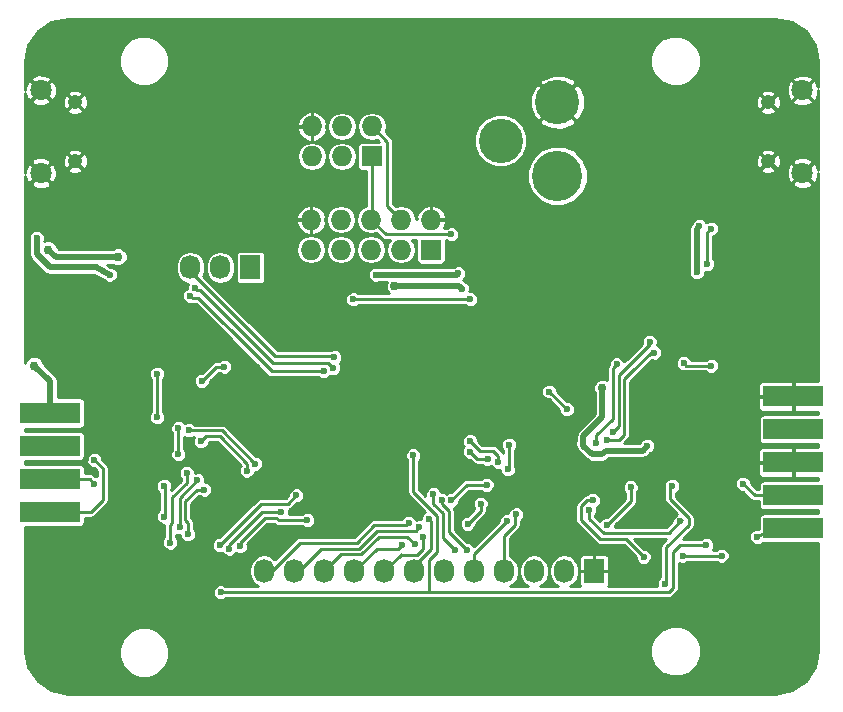
<source format=gbl>
G04 #@! TF.FileFunction,Copper,L2,Bot,Signal*
%FSLAX46Y46*%
G04 Gerber Fmt 4.6, Leading zero omitted, Abs format (unit mm)*
G04 Created by KiCad (PCBNEW 4.0.0-rc1-stable) date 10/26/2015 2:10:55 PM*
%MOMM*%
G01*
G04 APERTURE LIST*
%ADD10C,0.100000*%
%ADD11R,5.080000X1.778000*%
%ADD12R,1.727200X1.727200*%
%ADD13O,1.727200X1.727200*%
%ADD14R,1.727200X2.032000*%
%ADD15O,1.727200X2.032000*%
%ADD16C,1.800000*%
%ADD17C,1.250000*%
%ADD18C,3.750000*%
%ADD19C,4.250000*%
%ADD20C,0.600000*%
%ADD21C,0.750000*%
%ADD22C,0.250000*%
%ADD23C,0.500000*%
%ADD24C,0.254000*%
G04 APERTURE END LIST*
D10*
D11*
X42540000Y-147191000D03*
X42540000Y-144397000D03*
X42540000Y-141603000D03*
X42540000Y-138809000D03*
D12*
X74800000Y-125000000D03*
D13*
X74800000Y-122460000D03*
X72260000Y-125000000D03*
X72260000Y-122460000D03*
X69720000Y-125000000D03*
X69720000Y-122460000D03*
X67180000Y-125000000D03*
X67180000Y-122460000D03*
X64640000Y-125000000D03*
X64640000Y-122460000D03*
D12*
X69800000Y-117100000D03*
D13*
X69800000Y-114560000D03*
X67260000Y-117100000D03*
X67260000Y-114560000D03*
X64720000Y-117100000D03*
X64720000Y-114560000D03*
D14*
X59500000Y-126500000D03*
D15*
X56960000Y-126500000D03*
X54420000Y-126500000D03*
D16*
X41762540Y-111499100D03*
D17*
X44662540Y-112499100D03*
X44662540Y-117499100D03*
D16*
X41762540Y-118499100D03*
X106237460Y-118500900D03*
D17*
X103337460Y-117500900D03*
X103337460Y-112500900D03*
D16*
X106237460Y-111500900D03*
D14*
X88600000Y-152200000D03*
D15*
X86060000Y-152200000D03*
X83520000Y-152200000D03*
X80980000Y-152200000D03*
X78440000Y-152200000D03*
X75900000Y-152200000D03*
X73360000Y-152200000D03*
X70820000Y-152200000D03*
X68280000Y-152200000D03*
X65740000Y-152200000D03*
X63200000Y-152200000D03*
X60660000Y-152200000D03*
D18*
X85500000Y-112500000D03*
D19*
X85500000Y-118740000D03*
D18*
X80700000Y-115750000D03*
D11*
X105460000Y-140206000D03*
X105460000Y-143000000D03*
X105460000Y-145794000D03*
X105460000Y-148588000D03*
X105460000Y-137412000D03*
D20*
X58250000Y-111250000D03*
X54250000Y-111250000D03*
X53000000Y-113000000D03*
X53000000Y-115000000D03*
X48250000Y-118500000D03*
X48250000Y-120250000D03*
X44600000Y-160500000D03*
X56700000Y-160600000D03*
X69500000Y-160700000D03*
X83600000Y-160700000D03*
X101400000Y-161500000D03*
X105600000Y-151300000D03*
X59700000Y-129100000D03*
X55200000Y-132100000D03*
X70100000Y-130900000D03*
X100900000Y-134300000D03*
X101600000Y-137500000D03*
X101600000Y-140900000D03*
X105900000Y-123300000D03*
X98900000Y-119200000D03*
X44900000Y-117800000D03*
X97900000Y-148500000D03*
X50500000Y-133600000D03*
X42600000Y-130000000D03*
X46000000Y-130100000D03*
X96200000Y-131000000D03*
X84500000Y-128000000D03*
X96300000Y-123200000D03*
X93600000Y-119400000D03*
X53000000Y-131800000D03*
X52800000Y-137400000D03*
X73400000Y-130700000D03*
X60100000Y-135100000D03*
X65300000Y-131900000D03*
X81000000Y-146000000D03*
X84300000Y-145300000D03*
X88000000Y-144400000D03*
X96300000Y-141900000D03*
X84100000Y-140500000D03*
X78600000Y-140500000D03*
X96800000Y-139100000D03*
X76300000Y-115600000D03*
X92600000Y-137800000D03*
X47100000Y-137400000D03*
X62400000Y-142800000D03*
X70300000Y-142100000D03*
X66200000Y-141900000D03*
X66100000Y-138800000D03*
X75200000Y-133700000D03*
X68900000Y-132700000D03*
X71500000Y-134800000D03*
X77500000Y-137100000D03*
X71900000Y-141900000D03*
X44900000Y-135100000D03*
X43600000Y-135100000D03*
X55300000Y-138700000D03*
X60600000Y-137700000D03*
X52000000Y-143600000D03*
X42400000Y-152200000D03*
X55900000Y-152500000D03*
X46600000Y-148500000D03*
D21*
X48300000Y-125600000D03*
X42400000Y-125000000D03*
X41200000Y-134800000D03*
D20*
X97300000Y-126900000D03*
X97500000Y-123000000D03*
X93100000Y-141600000D03*
D21*
X89300000Y-136700000D03*
X71700000Y-128100000D03*
D20*
X77400000Y-128300000D03*
X87700000Y-141400000D03*
X96100000Y-150900000D03*
X99400000Y-150900000D03*
X88200000Y-147000000D03*
X95900000Y-148000000D03*
X88500000Y-146200000D03*
X92800000Y-151000000D03*
X102400000Y-149300000D03*
X46300000Y-144800000D03*
X51600000Y-139200000D03*
X51600000Y-135500000D03*
X55400000Y-136100000D03*
X57300000Y-134900000D03*
X96200000Y-134600000D03*
X98500000Y-134800000D03*
X101200000Y-144800000D03*
X46300000Y-142800000D03*
X98100000Y-150000000D03*
X76500000Y-123700000D03*
X73300000Y-142400000D03*
X57000000Y-154000000D03*
X41400000Y-124000000D03*
X47600000Y-127100000D03*
X78100000Y-142100000D03*
X79600000Y-142700000D03*
X78100000Y-141200000D03*
X80500000Y-143000000D03*
X98500000Y-123200000D03*
X98200000Y-126200000D03*
X70100000Y-127100000D03*
X77100000Y-127000000D03*
X66600000Y-134100000D03*
X54800000Y-128200000D03*
X66500000Y-135000000D03*
X65700000Y-135300000D03*
X54400000Y-128900000D03*
X74600000Y-147800000D03*
X89700000Y-148300000D03*
X91700000Y-145100000D03*
X79000000Y-146500000D03*
X77900000Y-148200000D03*
X72300000Y-150000000D03*
X73400000Y-149900000D03*
X90500000Y-134700000D03*
X76500000Y-146200000D03*
X88800000Y-141400000D03*
X79500000Y-144900000D03*
X81300000Y-143600000D03*
X81400000Y-141500000D03*
X74100000Y-149300000D03*
X72900000Y-148100000D03*
X52200000Y-147600000D03*
X52200000Y-145000000D03*
X53400000Y-142300000D03*
X53400000Y-140100000D03*
X73800000Y-148500000D03*
X54100000Y-143900000D03*
X52700000Y-149800000D03*
X75000000Y-145700000D03*
X76800000Y-150400000D03*
X77800000Y-150400000D03*
X75700000Y-146200000D03*
X89700000Y-141100000D03*
X93700000Y-133700000D03*
X82000000Y-147400000D03*
X93300000Y-132800000D03*
X90200000Y-140400000D03*
X81200000Y-148000000D03*
X68200000Y-129200000D03*
X78100000Y-129200000D03*
X86300000Y-138500000D03*
X84800000Y-137000000D03*
X54300000Y-140300000D03*
X59900000Y-143100000D03*
X55300000Y-141200000D03*
X59200000Y-143700000D03*
X94600000Y-153300000D03*
X95200000Y-145000000D03*
X56900000Y-150000000D03*
X63400000Y-145800000D03*
X57700000Y-150300000D03*
X62100000Y-147200000D03*
X58600000Y-150100000D03*
X64300000Y-147900000D03*
X53500000Y-148500000D03*
X55000000Y-144500000D03*
X54200000Y-149100000D03*
X55600000Y-145300000D03*
D22*
X54250000Y-111250000D02*
X58250000Y-111250000D01*
X53000000Y-115000000D02*
X53000000Y-113000000D01*
X48250000Y-120250000D02*
X48250000Y-118500000D01*
X44600000Y-160500000D02*
X45800000Y-161700000D01*
X55600000Y-161700000D02*
X56700000Y-160600000D01*
X45800000Y-161700000D02*
X55600000Y-161700000D01*
X69500000Y-160700000D02*
X83600000Y-160700000D01*
X101400000Y-161500000D02*
X105600000Y-157300000D01*
X105600000Y-157300000D02*
X105600000Y-151300000D01*
X53000000Y-131800000D02*
X54900000Y-131800000D01*
X59700000Y-129100000D02*
X60100000Y-129100000D01*
X54900000Y-131800000D02*
X55200000Y-132100000D01*
X70100000Y-130900000D02*
X69600000Y-130900000D01*
X105460000Y-143000000D02*
X102400000Y-143000000D01*
X101600000Y-142200000D02*
X101600000Y-141600000D01*
X102400000Y-143000000D02*
X101600000Y-142200000D01*
X101600000Y-141200000D02*
X101600000Y-140900000D01*
X101800000Y-135200000D02*
X100900000Y-134300000D01*
X101800000Y-137300000D02*
X101800000Y-135200000D01*
X101600000Y-137500000D02*
X101800000Y-137300000D01*
X101600000Y-141600000D02*
X101600000Y-141200000D01*
X105900000Y-123300000D02*
X105900000Y-121900000D01*
X99000000Y-119300000D02*
X99400000Y-119300000D01*
X98900000Y-119200000D02*
X99000000Y-119300000D01*
X97900000Y-148500000D02*
X97900000Y-148300000D01*
X47100000Y-137400000D02*
X48200000Y-136900000D01*
X50500000Y-134600000D02*
X50500000Y-133600000D01*
X48200000Y-136900000D02*
X50500000Y-134600000D01*
X44900000Y-135100000D02*
X44900000Y-132300000D01*
X42600000Y-130000000D02*
X42600000Y-129300000D01*
X44900000Y-132300000D02*
X46000000Y-130100000D01*
X96200000Y-131000000D02*
X96800000Y-131000000D01*
X84400000Y-127900000D02*
X83500000Y-127900000D01*
X84500000Y-128000000D02*
X84400000Y-127900000D01*
X96200000Y-123300000D02*
X95800000Y-123300000D01*
X96300000Y-123200000D02*
X96200000Y-123300000D01*
X93600000Y-119400000D02*
X94000000Y-119400000D01*
X53000000Y-131800000D02*
X52800000Y-132000000D01*
X52800000Y-132000000D02*
X52800000Y-137400000D01*
X75200000Y-133700000D02*
X75200000Y-132500000D01*
X75200000Y-132500000D02*
X73400000Y-130700000D01*
X60131801Y-135068199D02*
X60131801Y-134768199D01*
X60100000Y-135100000D02*
X60131801Y-135068199D01*
X66100000Y-138800000D02*
X68900000Y-136000000D01*
X68900000Y-136000000D02*
X68900000Y-132700000D01*
X84300000Y-145300000D02*
X81700000Y-145300000D01*
X81700000Y-145300000D02*
X81000000Y-146000000D01*
X88000000Y-144400000D02*
X85400000Y-144400000D01*
X84500000Y-145300000D02*
X84300000Y-145300000D01*
X85400000Y-144400000D02*
X84500000Y-145300000D01*
X86800000Y-141800000D02*
X86800000Y-143200000D01*
X84100000Y-140500000D02*
X85400000Y-141800000D01*
X86800000Y-141800000D02*
X85400000Y-141800000D01*
X86800000Y-143200000D02*
X88000000Y-144400000D01*
X96300000Y-141900000D02*
X96100000Y-141900000D01*
X84100000Y-140500000D02*
X83600000Y-140500000D01*
X78700000Y-140400000D02*
X78700000Y-140300000D01*
X78600000Y-140500000D02*
X78700000Y-140400000D01*
X92600000Y-137800000D02*
X95500000Y-137800000D01*
X95500000Y-137800000D02*
X96800000Y-139100000D01*
X76200000Y-115700000D02*
X75900000Y-115700000D01*
X76300000Y-115600000D02*
X76200000Y-115700000D01*
X92600000Y-137800000D02*
X92300000Y-137800000D01*
X44900000Y-135100000D02*
X46000000Y-135100000D01*
X46000000Y-135100000D02*
X47100000Y-137400000D01*
X66200000Y-141900000D02*
X63300000Y-141900000D01*
X63300000Y-141900000D02*
X62400000Y-142800000D01*
X70300000Y-142100000D02*
X70100000Y-142300000D01*
X66100000Y-138800000D02*
X66100000Y-141800000D01*
X66100000Y-141800000D02*
X66200000Y-141900000D01*
X65900000Y-138600000D02*
X65800000Y-138600000D01*
X66100000Y-138800000D02*
X65900000Y-138600000D01*
X75200000Y-133700000D02*
X75700000Y-133700000D01*
X69400000Y-132700000D02*
X68900000Y-132700000D01*
X71500000Y-134800000D02*
X69400000Y-132700000D01*
X76700000Y-137100000D02*
X77500000Y-137100000D01*
X71900000Y-141900000D02*
X76700000Y-137100000D01*
X43600000Y-135100000D02*
X44900000Y-135100000D01*
X55300000Y-138700000D02*
X55300000Y-139100000D01*
X60600000Y-137700000D02*
X61000000Y-137700000D01*
X52000000Y-143600000D02*
X51500000Y-143600000D01*
X51500000Y-143600000D02*
X46600000Y-148500000D01*
X52100000Y-143700000D02*
X52100000Y-143900000D01*
X52000000Y-143600000D02*
X52100000Y-143700000D01*
X46600000Y-148500000D02*
X46100000Y-148500000D01*
X46100000Y-148500000D02*
X42400000Y-152200000D01*
X55900000Y-152500000D02*
X55900000Y-152100000D01*
D23*
X43000000Y-125600000D02*
X42400000Y-125000000D01*
X48300000Y-125600000D02*
X43000000Y-125600000D01*
X42540000Y-138809000D02*
X42540000Y-136140000D01*
X42540000Y-136140000D02*
X41200000Y-134800000D01*
X42300000Y-138569000D02*
X42540000Y-138809000D01*
X97300000Y-123200000D02*
X97500000Y-123000000D01*
X97300000Y-126900000D02*
X97300000Y-123200000D01*
X87700000Y-141400000D02*
X87700000Y-141600000D01*
X87700000Y-141600000D02*
X88400000Y-142300000D01*
X88400000Y-142300000D02*
X89300000Y-142300000D01*
X89300000Y-142300000D02*
X89600000Y-142000000D01*
X89600000Y-142000000D02*
X92700000Y-142000000D01*
X92700000Y-142000000D02*
X93100000Y-141600000D01*
X87700000Y-140800000D02*
X87700000Y-141400000D01*
X89300000Y-139200000D02*
X87700000Y-140800000D01*
X89300000Y-136700000D02*
X89300000Y-139200000D01*
X77400000Y-128300000D02*
X77200000Y-128100000D01*
X77200000Y-128100000D02*
X71700000Y-128100000D01*
D22*
X72260000Y-122460000D02*
X71100000Y-121300000D01*
X71100000Y-115860000D02*
X69800000Y-114560000D01*
X71100000Y-121300000D02*
X71100000Y-115860000D01*
X96100000Y-150900000D02*
X99400000Y-150900000D01*
X88200000Y-147800000D02*
X88200000Y-147000000D01*
X89400000Y-149000000D02*
X88200000Y-147800000D01*
X94900000Y-149000000D02*
X89400000Y-149000000D01*
X95900000Y-148000000D02*
X96000000Y-147900000D01*
X95900000Y-148000000D02*
X94900000Y-149000000D01*
X90700000Y-149500000D02*
X91300000Y-149500000D01*
X88500000Y-146200000D02*
X88000000Y-146200000D01*
X88000000Y-146200000D02*
X87500000Y-146700000D01*
X87500000Y-146700000D02*
X87500000Y-147900000D01*
X87500000Y-147900000D02*
X89100000Y-149500000D01*
X89100000Y-149500000D02*
X90700000Y-149500000D01*
X91300000Y-149500000D02*
X92800000Y-151000000D01*
X105460000Y-148588000D02*
X103612000Y-148588000D01*
X103612000Y-148588000D02*
X102400000Y-149300000D01*
X45897000Y-144397000D02*
X42540000Y-144397000D01*
X46300000Y-144800000D02*
X45897000Y-144397000D01*
X51600000Y-139200000D02*
X51600000Y-135500000D01*
X42540000Y-144397000D02*
X42543000Y-144400000D01*
X55400000Y-136100000D02*
X56600000Y-134900000D01*
X56600000Y-134900000D02*
X57300000Y-134900000D01*
X96400000Y-134800000D02*
X96200000Y-134600000D01*
X98500000Y-134800000D02*
X96400000Y-134800000D01*
X102194000Y-145794000D02*
X105460000Y-145794000D01*
X101200000Y-144800000D02*
X102194000Y-145794000D01*
X105460000Y-145794000D02*
X104094000Y-145794000D01*
X105460000Y-145794000D02*
X104194000Y-145794000D01*
X105460000Y-145794000D02*
X104294000Y-145794000D01*
X46300000Y-142800000D02*
X47000000Y-143500000D01*
X46009000Y-147191000D02*
X42540000Y-147191000D01*
X47000000Y-146200000D02*
X46009000Y-147191000D01*
X47000000Y-143500000D02*
X47000000Y-146200000D01*
X42540000Y-147191000D02*
X44509000Y-147191000D01*
X42540000Y-147191000D02*
X44009000Y-147191000D01*
X95900000Y-150000000D02*
X95300000Y-150600000D01*
X94900000Y-154000000D02*
X94000000Y-154000000D01*
X95300000Y-153600000D02*
X94900000Y-154000000D01*
X95300000Y-150600000D02*
X95300000Y-153600000D01*
X98100000Y-150000000D02*
X95900000Y-150000000D01*
X90700000Y-154000000D02*
X94000000Y-154000000D01*
X90000000Y-154000000D02*
X74600000Y-154000000D01*
X90000000Y-154000000D02*
X90700000Y-154000000D01*
X69720000Y-122460000D02*
X69800000Y-122380000D01*
X69800000Y-122380000D02*
X69800000Y-117100000D01*
X70960000Y-123700000D02*
X69720000Y-122460000D01*
X76500000Y-123700000D02*
X70960000Y-123700000D01*
X74600000Y-154000000D02*
X74600000Y-151300000D01*
X73300000Y-145500000D02*
X73300000Y-142400000D01*
X75300000Y-147500000D02*
X73300000Y-145500000D01*
X75300000Y-150600000D02*
X75300000Y-147500000D01*
X74600000Y-151300000D02*
X75300000Y-150600000D01*
X74600000Y-154000000D02*
X74700000Y-154000000D01*
X74700000Y-154000000D02*
X74500000Y-154000000D01*
X74500000Y-154000000D02*
X57000000Y-154000000D01*
D23*
X41400000Y-125400000D02*
X41400000Y-124000000D01*
X42500000Y-126500000D02*
X41400000Y-125400000D01*
X46400000Y-126500000D02*
X42500000Y-126500000D01*
X47600000Y-127100000D02*
X46400000Y-126500000D01*
D22*
X78100000Y-142100000D02*
X78700000Y-142700000D01*
X78700000Y-142700000D02*
X79600000Y-142700000D01*
X78100000Y-141200000D02*
X78900000Y-142000000D01*
X78900000Y-142000000D02*
X80000000Y-142000000D01*
X80000000Y-142000000D02*
X80500000Y-142500000D01*
X80500000Y-142500000D02*
X80500000Y-143000000D01*
X98200000Y-123500000D02*
X98500000Y-123200000D01*
X98200000Y-126200000D02*
X98200000Y-123500000D01*
D23*
X77100000Y-127000000D02*
X77000000Y-127100000D01*
X77000000Y-127100000D02*
X70100000Y-127100000D01*
D22*
X58700000Y-131100000D02*
X54420000Y-126820000D01*
X54420000Y-126820000D02*
X54420000Y-126500000D01*
X58700000Y-131100000D02*
X61600000Y-134000000D01*
X61600000Y-134000000D02*
X66500000Y-134000000D01*
X66500000Y-134000000D02*
X66600000Y-134100000D01*
X55200000Y-128400000D02*
X55000000Y-128400000D01*
X55000000Y-128400000D02*
X54800000Y-128200000D01*
X58000000Y-131200000D02*
X55200000Y-128400000D01*
X61400000Y-134600000D02*
X58000000Y-131200000D01*
X64400000Y-134600000D02*
X61400000Y-134600000D01*
X64500000Y-134600000D02*
X64400000Y-134600000D01*
X66500000Y-135000000D02*
X66100000Y-134600000D01*
X66100000Y-134600000D02*
X64500000Y-134600000D01*
X54600000Y-129100000D02*
X55100000Y-129100000D01*
X65700000Y-135300000D02*
X64000000Y-135300000D01*
X61300000Y-135300000D02*
X64000000Y-135300000D01*
X57900000Y-131900000D02*
X57100000Y-131100000D01*
X57900000Y-131900000D02*
X61300000Y-135300000D01*
X57100000Y-131100000D02*
X55100000Y-129100000D01*
X54400000Y-128900000D02*
X54600000Y-129100000D01*
X74600000Y-147800000D02*
X74800000Y-148000000D01*
X74800000Y-148000000D02*
X74800000Y-150300000D01*
X73360000Y-151740000D02*
X74800000Y-150300000D01*
X73360000Y-152200000D02*
X73360000Y-151740000D01*
X89700000Y-148300000D02*
X91700000Y-146300000D01*
X91700000Y-146300000D02*
X91700000Y-145100000D01*
X79000000Y-147100000D02*
X79000000Y-146500000D01*
X77900000Y-148200000D02*
X79000000Y-147100000D01*
X68280000Y-152200000D02*
X70180000Y-150300000D01*
X70180000Y-150300000D02*
X72000000Y-150300000D01*
X72000000Y-150300000D02*
X72300000Y-150000000D01*
X65740000Y-152200000D02*
X67140000Y-150800000D01*
X72800000Y-149300000D02*
X73400000Y-149900000D01*
X70400000Y-149300000D02*
X72800000Y-149300000D01*
X68900000Y-150800000D02*
X70400000Y-149300000D01*
X67140000Y-150800000D02*
X68900000Y-150800000D01*
X90200000Y-136500000D02*
X90200000Y-135000000D01*
X90200000Y-135000000D02*
X90500000Y-134700000D01*
X77800000Y-144900000D02*
X79500000Y-144900000D01*
X76500000Y-146200000D02*
X77800000Y-144900000D01*
X90200000Y-136500000D02*
X90200000Y-139300000D01*
X88800000Y-141400000D02*
X88800000Y-140700000D01*
X88800000Y-140700000D02*
X90200000Y-139300000D01*
X72210000Y-150810000D02*
X73590000Y-150810000D01*
X81300000Y-143600000D02*
X81400000Y-143500000D01*
X81400000Y-143500000D02*
X81400000Y-141500000D01*
X74100000Y-150300000D02*
X74100000Y-149300000D01*
X73590000Y-150810000D02*
X74100000Y-150300000D01*
X70820000Y-152200000D02*
X72210000Y-150810000D01*
X72210000Y-150810000D02*
X72220000Y-150800000D01*
X60660000Y-152200000D02*
X61300000Y-152200000D01*
X61300000Y-152200000D02*
X63700000Y-149800000D01*
X72700000Y-148300000D02*
X72900000Y-148100000D01*
X70000000Y-148300000D02*
X72700000Y-148300000D01*
X68500000Y-149800000D02*
X70000000Y-148300000D01*
X63700000Y-149800000D02*
X68500000Y-149800000D01*
X52200000Y-147600000D02*
X52300000Y-147500000D01*
X52300000Y-147500000D02*
X52300000Y-145100000D01*
X52300000Y-145100000D02*
X52200000Y-145000000D01*
X53400000Y-142300000D02*
X53400000Y-140100000D01*
X72700000Y-148800000D02*
X73500000Y-148800000D01*
X73500000Y-148800000D02*
X73800000Y-148500000D01*
X63200000Y-152200000D02*
X63600000Y-152200000D01*
X63600000Y-152200000D02*
X65500000Y-150300000D01*
X73500000Y-148800000D02*
X73900000Y-148400000D01*
X70200000Y-148800000D02*
X72700000Y-148800000D01*
X68700000Y-150300000D02*
X70200000Y-148800000D01*
X65500000Y-150300000D02*
X68700000Y-150300000D01*
X54100000Y-143900000D02*
X54100000Y-144763602D01*
X52900000Y-145963602D02*
X52900000Y-146000000D01*
X54100000Y-144763602D02*
X52900000Y-145963602D01*
X52700000Y-148300000D02*
X52700000Y-149800000D01*
X52900000Y-148100000D02*
X52700000Y-148300000D01*
X52900000Y-146000000D02*
X52900000Y-148100000D01*
X75000000Y-146500000D02*
X75000000Y-145700000D01*
X75800000Y-147300000D02*
X75000000Y-146500000D01*
X75800000Y-149400000D02*
X75800000Y-147300000D01*
X76800000Y-150400000D02*
X75800000Y-149400000D01*
X76300000Y-148900000D02*
X77800000Y-150400000D01*
X76300000Y-147100000D02*
X76300000Y-148900000D01*
X75700000Y-146500000D02*
X76300000Y-147100000D01*
X75700000Y-146200000D02*
X75700000Y-146500000D01*
X90700000Y-141100000D02*
X89700000Y-141100000D01*
X91100000Y-140700000D02*
X90700000Y-141100000D01*
X91800000Y-135300000D02*
X91150002Y-135949998D01*
X91150002Y-135949998D02*
X91150002Y-140649998D01*
X91150002Y-140649998D02*
X91100000Y-140700000D01*
X93400000Y-133700000D02*
X91800000Y-135300000D01*
X93700000Y-133700000D02*
X93400000Y-133700000D01*
X80980000Y-149220000D02*
X80980000Y-152200000D01*
X81900000Y-148300000D02*
X80980000Y-149220000D01*
X81900000Y-147500000D02*
X81900000Y-148300000D01*
X82000000Y-147400000D02*
X81900000Y-147500000D01*
X91700000Y-134600000D02*
X93300000Y-133000000D01*
X91700000Y-134600000D02*
X90700000Y-135600000D01*
X90700000Y-135600000D02*
X90700000Y-138700000D01*
X90200000Y-140400000D02*
X90700000Y-139900000D01*
X90700000Y-138700000D02*
X90700000Y-139900000D01*
X93300000Y-133000000D02*
X93300000Y-132800000D01*
X90200000Y-140400000D02*
X90600000Y-140000000D01*
X78440000Y-150760000D02*
X78440000Y-152200000D01*
X81200000Y-148000000D02*
X78440000Y-150760000D01*
X74600000Y-129200000D02*
X68200000Y-129200000D01*
X78100000Y-129200000D02*
X74600000Y-129200000D01*
X86300000Y-138500000D02*
X84800000Y-137000000D01*
X57100000Y-140300000D02*
X54300000Y-140300000D01*
X59900000Y-143100000D02*
X57100000Y-140300000D01*
X55300000Y-141200000D02*
X55700000Y-140800000D01*
X59200000Y-143100000D02*
X59200000Y-143700000D01*
X56900000Y-140800000D02*
X59200000Y-143100000D01*
X55700000Y-140800000D02*
X56900000Y-140800000D01*
X94700000Y-153200000D02*
X94700000Y-150200000D01*
X94600000Y-153300000D02*
X94700000Y-153200000D01*
X95000000Y-145700000D02*
X95000000Y-146100000D01*
X95000000Y-145700000D02*
X95000000Y-145200000D01*
X95200000Y-145000000D02*
X95000000Y-145200000D01*
X95000000Y-146100000D02*
X96600000Y-147700000D01*
X96600000Y-147700000D02*
X96600000Y-148300000D01*
X96600000Y-148300000D02*
X94700000Y-150200000D01*
X56900000Y-150000000D02*
X60400000Y-146500000D01*
X60400000Y-146500000D02*
X62700000Y-146500000D01*
X62700000Y-146500000D02*
X63400000Y-145800000D01*
X57700000Y-150300000D02*
X57700000Y-150000000D01*
X57700000Y-150000000D02*
X60500000Y-147200000D01*
X60500000Y-147200000D02*
X62100000Y-147200000D01*
X58600000Y-150100000D02*
X58600000Y-149800000D01*
X61700000Y-147700000D02*
X61900000Y-147900000D01*
X60700000Y-147700000D02*
X61700000Y-147700000D01*
X58600000Y-149800000D02*
X60700000Y-147700000D01*
X61900000Y-147900000D02*
X64300000Y-147900000D01*
X53500000Y-146000000D02*
X53500000Y-148500000D01*
X55000000Y-144500000D02*
X53500000Y-146000000D01*
X55600000Y-145300000D02*
X55000000Y-145300000D01*
X54000000Y-147900000D02*
X54200000Y-148100000D01*
X54000000Y-146300000D02*
X54000000Y-147900000D01*
X55000000Y-145300000D02*
X54000000Y-146300000D01*
X54200000Y-148100000D02*
X54200000Y-149100000D01*
D24*
G36*
X105364126Y-105706707D02*
X106520577Y-106479423D01*
X107293293Y-107635874D01*
X107573000Y-109042055D01*
X107573000Y-111250190D01*
X107383699Y-110766818D01*
X107354310Y-110722834D01*
X107141929Y-110634614D01*
X106275644Y-111500900D01*
X107141929Y-112367186D01*
X107354310Y-112278966D01*
X107567048Y-111792339D01*
X107573000Y-111486091D01*
X107573000Y-118250190D01*
X107383699Y-117766818D01*
X107354310Y-117722834D01*
X107141929Y-117634614D01*
X106275644Y-118500900D01*
X107141929Y-119367186D01*
X107354310Y-119278966D01*
X107567048Y-118792339D01*
X107573000Y-118486091D01*
X107573000Y-136088000D01*
X105595750Y-136088000D01*
X105487000Y-136196750D01*
X105487000Y-137385000D01*
X105507000Y-137385000D01*
X105507000Y-137439000D01*
X105487000Y-137439000D01*
X105487000Y-138627250D01*
X105595750Y-138736000D01*
X107573000Y-138736000D01*
X107573000Y-138932615D01*
X102920000Y-138932615D01*
X102780292Y-138958903D01*
X102651980Y-139041470D01*
X102565899Y-139167453D01*
X102535615Y-139317000D01*
X102535615Y-141095000D01*
X102561903Y-141234708D01*
X102644470Y-141363020D01*
X102770453Y-141449101D01*
X102920000Y-141479385D01*
X107573000Y-141479385D01*
X107573000Y-141676000D01*
X105595750Y-141676000D01*
X105487000Y-141784750D01*
X105487000Y-142973000D01*
X105507000Y-142973000D01*
X105507000Y-143027000D01*
X105487000Y-143027000D01*
X105487000Y-144215250D01*
X105595750Y-144324000D01*
X107573000Y-144324000D01*
X107573000Y-144520615D01*
X102920000Y-144520615D01*
X102780292Y-144546903D01*
X102651980Y-144629470D01*
X102565899Y-144755453D01*
X102535615Y-144905000D01*
X102535615Y-145292000D01*
X102401935Y-145292000D01*
X101877029Y-144767093D01*
X101877117Y-144665927D01*
X101774267Y-144417011D01*
X101583990Y-144226402D01*
X101335254Y-144123118D01*
X101065927Y-144122883D01*
X100817011Y-144225733D01*
X100626402Y-144416010D01*
X100523118Y-144664746D01*
X100522883Y-144934073D01*
X100625733Y-145182989D01*
X100816010Y-145373598D01*
X101064746Y-145476882D01*
X101167036Y-145476971D01*
X101839030Y-146148965D01*
X101839032Y-146148968D01*
X101912414Y-146198000D01*
X102001892Y-146257788D01*
X102194000Y-146296000D01*
X102535615Y-146296000D01*
X102535615Y-146683000D01*
X102561903Y-146822708D01*
X102644470Y-146951020D01*
X102770453Y-147037101D01*
X102920000Y-147067385D01*
X107573000Y-147067385D01*
X107573000Y-147314615D01*
X102920000Y-147314615D01*
X102780292Y-147340903D01*
X102651980Y-147423470D01*
X102565899Y-147549453D01*
X102535615Y-147699000D01*
X102535615Y-148623268D01*
X102535254Y-148623118D01*
X102265927Y-148622883D01*
X102017011Y-148725733D01*
X101826402Y-148916010D01*
X101723118Y-149164746D01*
X101722883Y-149434073D01*
X101825733Y-149682989D01*
X102016010Y-149873598D01*
X102264746Y-149976882D01*
X102534073Y-149977117D01*
X102782989Y-149874267D01*
X102816824Y-149840491D01*
X102920000Y-149861385D01*
X107573000Y-149861385D01*
X107573000Y-158957945D01*
X107293293Y-160364126D01*
X106520577Y-161520577D01*
X105364126Y-162293293D01*
X103957945Y-162573000D01*
X44042055Y-162573000D01*
X42635874Y-162293293D01*
X41479423Y-161520577D01*
X40706707Y-160364126D01*
X40539045Y-159521230D01*
X48372632Y-159521230D01*
X48695766Y-160303274D01*
X49293578Y-160902131D01*
X50075057Y-161226630D01*
X50921230Y-161227368D01*
X51703274Y-160904234D01*
X52302131Y-160306422D01*
X52626630Y-159524943D01*
X52626720Y-159421230D01*
X93372632Y-159421230D01*
X93695766Y-160203274D01*
X94293578Y-160802131D01*
X95075057Y-161126630D01*
X95921230Y-161127368D01*
X96703274Y-160804234D01*
X97302131Y-160206422D01*
X97626630Y-159424943D01*
X97627368Y-158578770D01*
X97304234Y-157796726D01*
X96706422Y-157197869D01*
X95924943Y-156873370D01*
X95078770Y-156872632D01*
X94296726Y-157195766D01*
X93697869Y-157793578D01*
X93373370Y-158575057D01*
X93372632Y-159421230D01*
X52626720Y-159421230D01*
X52627368Y-158678770D01*
X52304234Y-157896726D01*
X51706422Y-157297869D01*
X50924943Y-156973370D01*
X50078770Y-156972632D01*
X49296726Y-157295766D01*
X48697869Y-157893578D01*
X48373370Y-158675057D01*
X48372632Y-159521230D01*
X40539045Y-159521230D01*
X40427000Y-158957945D01*
X40427000Y-154134073D01*
X56322883Y-154134073D01*
X56425733Y-154382989D01*
X56616010Y-154573598D01*
X56864746Y-154676882D01*
X57134073Y-154677117D01*
X57382989Y-154574267D01*
X57455382Y-154502000D01*
X94899995Y-154502000D01*
X94900000Y-154502001D01*
X95092107Y-154463788D01*
X95254968Y-154354968D01*
X95654965Y-153954970D01*
X95654968Y-153954968D01*
X95720200Y-153857340D01*
X95763788Y-153792108D01*
X95802000Y-153600000D01*
X95802000Y-151509304D01*
X95964746Y-151576882D01*
X96234073Y-151577117D01*
X96482989Y-151474267D01*
X96555382Y-151402000D01*
X98944537Y-151402000D01*
X99016010Y-151473598D01*
X99264746Y-151576882D01*
X99534073Y-151577117D01*
X99782989Y-151474267D01*
X99973598Y-151283990D01*
X100076882Y-151035254D01*
X100077117Y-150765927D01*
X99974267Y-150517011D01*
X99783990Y-150326402D01*
X99535254Y-150223118D01*
X99265927Y-150222883D01*
X99017011Y-150325733D01*
X98944618Y-150398000D01*
X98659564Y-150398000D01*
X98673598Y-150383990D01*
X98776882Y-150135254D01*
X98777117Y-149865927D01*
X98674267Y-149617011D01*
X98483990Y-149426402D01*
X98235254Y-149323118D01*
X97965927Y-149322883D01*
X97717011Y-149425733D01*
X97644618Y-149498000D01*
X96111935Y-149498000D01*
X96954965Y-148654970D01*
X96954968Y-148654968D01*
X97063788Y-148492107D01*
X97069421Y-148463788D01*
X97102001Y-148300000D01*
X97102000Y-148299995D01*
X97102000Y-147700005D01*
X97102001Y-147700000D01*
X97063788Y-147507893D01*
X97028425Y-147454968D01*
X96954968Y-147345032D01*
X96954965Y-147345030D01*
X95502000Y-145892064D01*
X95502000Y-145607731D01*
X95582989Y-145574267D01*
X95773598Y-145383990D01*
X95876882Y-145135254D01*
X95877117Y-144865927D01*
X95774267Y-144617011D01*
X95583990Y-144426402D01*
X95335254Y-144323118D01*
X95065927Y-144322883D01*
X94817011Y-144425733D01*
X94626402Y-144616010D01*
X94523118Y-144864746D01*
X94522935Y-145074641D01*
X94497999Y-145200000D01*
X94498000Y-145200005D01*
X94498000Y-146099995D01*
X94497999Y-146100000D01*
X94536212Y-146292107D01*
X94645032Y-146454968D01*
X95586914Y-147396850D01*
X95517011Y-147425733D01*
X95326402Y-147616010D01*
X95223118Y-147864746D01*
X95223029Y-147967036D01*
X94692064Y-148498000D01*
X90350828Y-148498000D01*
X90376882Y-148435254D01*
X90376971Y-148332965D01*
X92054968Y-146654968D01*
X92163788Y-146492108D01*
X92202000Y-146300000D01*
X92202000Y-145555463D01*
X92273598Y-145483990D01*
X92376882Y-145235254D01*
X92377117Y-144965927D01*
X92274267Y-144717011D01*
X92083990Y-144526402D01*
X91835254Y-144423118D01*
X91565927Y-144422883D01*
X91317011Y-144525733D01*
X91126402Y-144716010D01*
X91023118Y-144964746D01*
X91022883Y-145234073D01*
X91125733Y-145482989D01*
X91198000Y-145555382D01*
X91198000Y-146092064D01*
X89667093Y-147622971D01*
X89565927Y-147622883D01*
X89317011Y-147725733D01*
X89126402Y-147916010D01*
X89096928Y-147986992D01*
X88702000Y-147592064D01*
X88702000Y-147455463D01*
X88773598Y-147383990D01*
X88876882Y-147135254D01*
X88877117Y-146865927D01*
X88845623Y-146789706D01*
X88882989Y-146774267D01*
X89073598Y-146583990D01*
X89176882Y-146335254D01*
X89177117Y-146065927D01*
X89074267Y-145817011D01*
X88883990Y-145626402D01*
X88635254Y-145523118D01*
X88365927Y-145522883D01*
X88117011Y-145625733D01*
X88044618Y-145698000D01*
X88000005Y-145698000D01*
X88000000Y-145697999D01*
X87807893Y-145736212D01*
X87645032Y-145845032D01*
X87645030Y-145845035D01*
X87145032Y-146345032D01*
X87036212Y-146507893D01*
X86997999Y-146700000D01*
X86998000Y-146700005D01*
X86998000Y-147899995D01*
X86997999Y-147900000D01*
X87036212Y-148092107D01*
X87145032Y-148254968D01*
X88745030Y-149854965D01*
X88745032Y-149854968D01*
X88865189Y-149935254D01*
X88907893Y-149963788D01*
X89100000Y-150002001D01*
X89100005Y-150002000D01*
X91092064Y-150002000D01*
X92122971Y-151032906D01*
X92122883Y-151134073D01*
X92225733Y-151382989D01*
X92416010Y-151573598D01*
X92664746Y-151676882D01*
X92934073Y-151677117D01*
X93182989Y-151574267D01*
X93373598Y-151383990D01*
X93476882Y-151135254D01*
X93477117Y-150865927D01*
X93374267Y-150617011D01*
X93183990Y-150426402D01*
X92935254Y-150323118D01*
X92832964Y-150323029D01*
X92011936Y-149502000D01*
X94688064Y-149502000D01*
X94345032Y-149845032D01*
X94236212Y-150007893D01*
X94197999Y-150200000D01*
X94198000Y-150200005D01*
X94198000Y-152744711D01*
X94026402Y-152916010D01*
X93923118Y-153164746D01*
X93922883Y-153434073D01*
X93949297Y-153498000D01*
X89796783Y-153498000D01*
X89832375Y-153462408D01*
X89898600Y-153302527D01*
X89898600Y-152335750D01*
X89789850Y-152227000D01*
X88627000Y-152227000D01*
X88627000Y-152247000D01*
X88573000Y-152247000D01*
X88573000Y-152227000D01*
X87410150Y-152227000D01*
X87301400Y-152335750D01*
X87301400Y-153302527D01*
X87367625Y-153462408D01*
X87403217Y-153498000D01*
X86576445Y-153498000D01*
X86937237Y-153256927D01*
X87206165Y-152854447D01*
X87300600Y-152379690D01*
X87300600Y-152020310D01*
X87206165Y-151545553D01*
X86937237Y-151143073D01*
X86868992Y-151097473D01*
X87301400Y-151097473D01*
X87301400Y-152064250D01*
X87410150Y-152173000D01*
X88573000Y-152173000D01*
X88573000Y-150857750D01*
X88627000Y-150857750D01*
X88627000Y-152173000D01*
X89789850Y-152173000D01*
X89898600Y-152064250D01*
X89898600Y-151097473D01*
X89832375Y-150937592D01*
X89710008Y-150815225D01*
X89550127Y-150749000D01*
X88735750Y-150749000D01*
X88627000Y-150857750D01*
X88573000Y-150857750D01*
X88464250Y-150749000D01*
X87649873Y-150749000D01*
X87489992Y-150815225D01*
X87367625Y-150937592D01*
X87301400Y-151097473D01*
X86868992Y-151097473D01*
X86534757Y-150874145D01*
X86060000Y-150779710D01*
X85585243Y-150874145D01*
X85182763Y-151143073D01*
X84913835Y-151545553D01*
X84819400Y-152020310D01*
X84819400Y-152379690D01*
X84913835Y-152854447D01*
X85182763Y-153256927D01*
X85543555Y-153498000D01*
X84036445Y-153498000D01*
X84397237Y-153256927D01*
X84666165Y-152854447D01*
X84760600Y-152379690D01*
X84760600Y-152020310D01*
X84666165Y-151545553D01*
X84397237Y-151143073D01*
X83994757Y-150874145D01*
X83520000Y-150779710D01*
X83045243Y-150874145D01*
X82642763Y-151143073D01*
X82373835Y-151545553D01*
X82279400Y-152020310D01*
X82279400Y-152379690D01*
X82373835Y-152854447D01*
X82642763Y-153256927D01*
X83003555Y-153498000D01*
X81496445Y-153498000D01*
X81857237Y-153256927D01*
X82126165Y-152854447D01*
X82220600Y-152379690D01*
X82220600Y-152020310D01*
X82126165Y-151545553D01*
X81857237Y-151143073D01*
X81482000Y-150892348D01*
X81482000Y-149427936D01*
X82254965Y-148654970D01*
X82254968Y-148654968D01*
X82363788Y-148492107D01*
X82402000Y-148300000D01*
X82402000Y-147955289D01*
X82573598Y-147783990D01*
X82676882Y-147535254D01*
X82677117Y-147265927D01*
X82574267Y-147017011D01*
X82383990Y-146826402D01*
X82135254Y-146723118D01*
X81865927Y-146722883D01*
X81617011Y-146825733D01*
X81426402Y-147016010D01*
X81323118Y-147264746D01*
X81323067Y-147323107D01*
X81065927Y-147322883D01*
X80817011Y-147425733D01*
X80626402Y-147616010D01*
X80523118Y-147864746D01*
X80523029Y-147967036D01*
X78403150Y-150086914D01*
X78374267Y-150017011D01*
X78183990Y-149826402D01*
X77935254Y-149723118D01*
X77832964Y-149723029D01*
X76802000Y-148692064D01*
X76802000Y-148334073D01*
X77222883Y-148334073D01*
X77325733Y-148582989D01*
X77516010Y-148773598D01*
X77764746Y-148876882D01*
X78034073Y-148877117D01*
X78282989Y-148774267D01*
X78473598Y-148583990D01*
X78576882Y-148335254D01*
X78576971Y-148232965D01*
X79354968Y-147454968D01*
X79463788Y-147292107D01*
X79502001Y-147100000D01*
X79502000Y-147099995D01*
X79502000Y-146955463D01*
X79573598Y-146883990D01*
X79676882Y-146635254D01*
X79677117Y-146365927D01*
X79574267Y-146117011D01*
X79383990Y-145926402D01*
X79135254Y-145823118D01*
X78865927Y-145822883D01*
X78617011Y-145925733D01*
X78426402Y-146116010D01*
X78323118Y-146364746D01*
X78322883Y-146634073D01*
X78425733Y-146882989D01*
X78466369Y-146923695D01*
X77867093Y-147522971D01*
X77765927Y-147522883D01*
X77517011Y-147625733D01*
X77326402Y-147816010D01*
X77223118Y-148064746D01*
X77222883Y-148334073D01*
X76802000Y-148334073D01*
X76802000Y-147100000D01*
X76773860Y-146958530D01*
X76763788Y-146907892D01*
X76719609Y-146841774D01*
X76882989Y-146774267D01*
X77073598Y-146583990D01*
X77176882Y-146335254D01*
X77176971Y-146232965D01*
X78007935Y-145402000D01*
X79044537Y-145402000D01*
X79116010Y-145473598D01*
X79364746Y-145576882D01*
X79634073Y-145577117D01*
X79882989Y-145474267D01*
X80073598Y-145283990D01*
X80176882Y-145035254D01*
X80177117Y-144765927D01*
X80074267Y-144517011D01*
X79883990Y-144326402D01*
X79635254Y-144223118D01*
X79365927Y-144222883D01*
X79117011Y-144325733D01*
X79044618Y-144398000D01*
X77800005Y-144398000D01*
X77800000Y-144397999D01*
X77607893Y-144436212D01*
X77445032Y-144545032D01*
X77445030Y-144545035D01*
X76467093Y-145522971D01*
X76365927Y-145522883D01*
X76117011Y-145625733D01*
X76100137Y-145642577D01*
X76083990Y-145626402D01*
X75835254Y-145523118D01*
X75659365Y-145522965D01*
X75574267Y-145317011D01*
X75383990Y-145126402D01*
X75135254Y-145023118D01*
X74865927Y-145022883D01*
X74617011Y-145125733D01*
X74426402Y-145316010D01*
X74323118Y-145564746D01*
X74322901Y-145812965D01*
X73802000Y-145292064D01*
X73802000Y-142855463D01*
X73873598Y-142783990D01*
X73976882Y-142535254D01*
X73977117Y-142265927D01*
X73874267Y-142017011D01*
X73683990Y-141826402D01*
X73435254Y-141723118D01*
X73165927Y-141722883D01*
X72917011Y-141825733D01*
X72726402Y-142016010D01*
X72623118Y-142264746D01*
X72622883Y-142534073D01*
X72725733Y-142782989D01*
X72798000Y-142855382D01*
X72798000Y-145499995D01*
X72797999Y-145500000D01*
X72836212Y-145692107D01*
X72945032Y-145854968D01*
X74286914Y-147196850D01*
X74217011Y-147225733D01*
X74026402Y-147416010D01*
X73923118Y-147664746D01*
X73922980Y-147823107D01*
X73665927Y-147822883D01*
X73539583Y-147875087D01*
X73474267Y-147717011D01*
X73283990Y-147526402D01*
X73035254Y-147423118D01*
X72765927Y-147422883D01*
X72517011Y-147525733D01*
X72326402Y-147716010D01*
X72292357Y-147798000D01*
X70000000Y-147798000D01*
X69807892Y-147836212D01*
X69763421Y-147865927D01*
X69645032Y-147945032D01*
X69645030Y-147945035D01*
X68292064Y-149298000D01*
X63700005Y-149298000D01*
X63700000Y-149297999D01*
X63507893Y-149336212D01*
X63345032Y-149445032D01*
X63345030Y-149445035D01*
X61581198Y-151208866D01*
X61537237Y-151143073D01*
X61134757Y-150874145D01*
X60660000Y-150779710D01*
X60185243Y-150874145D01*
X59782763Y-151143073D01*
X59513835Y-151545553D01*
X59419400Y-152020310D01*
X59419400Y-152379690D01*
X59513835Y-152854447D01*
X59782763Y-153256927D01*
X60143555Y-153498000D01*
X57455463Y-153498000D01*
X57383990Y-153426402D01*
X57135254Y-153323118D01*
X56865927Y-153322883D01*
X56617011Y-153425733D01*
X56426402Y-153616010D01*
X56323118Y-153864746D01*
X56322883Y-154134073D01*
X40427000Y-154134073D01*
X40427000Y-148464385D01*
X45080000Y-148464385D01*
X45219708Y-148438097D01*
X45348020Y-148355530D01*
X45434101Y-148229547D01*
X45464385Y-148080000D01*
X45464385Y-147693000D01*
X46008995Y-147693000D01*
X46009000Y-147693001D01*
X46201107Y-147654788D01*
X46363968Y-147545968D01*
X47354965Y-146554970D01*
X47354968Y-146554968D01*
X47463788Y-146392107D01*
X47467470Y-146373598D01*
X47502001Y-146200000D01*
X47502000Y-146199995D01*
X47502000Y-145134073D01*
X51522883Y-145134073D01*
X51625733Y-145382989D01*
X51798000Y-145555557D01*
X51798000Y-147044711D01*
X51626402Y-147216010D01*
X51523118Y-147464746D01*
X51522883Y-147734073D01*
X51625733Y-147982989D01*
X51816010Y-148173598D01*
X52064746Y-148276882D01*
X52202574Y-148277002D01*
X52197999Y-148300000D01*
X52198000Y-148300005D01*
X52198000Y-149344537D01*
X52126402Y-149416010D01*
X52023118Y-149664746D01*
X52022883Y-149934073D01*
X52125733Y-150182989D01*
X52316010Y-150373598D01*
X52564746Y-150476882D01*
X52834073Y-150477117D01*
X53082989Y-150374267D01*
X53273598Y-150183990D01*
X53294325Y-150134073D01*
X56222883Y-150134073D01*
X56325733Y-150382989D01*
X56516010Y-150573598D01*
X56764746Y-150676882D01*
X57034073Y-150677117D01*
X57110294Y-150645623D01*
X57125733Y-150682989D01*
X57316010Y-150873598D01*
X57564746Y-150976882D01*
X57834073Y-150977117D01*
X58082989Y-150874267D01*
X58264033Y-150693539D01*
X58464746Y-150776882D01*
X58734073Y-150777117D01*
X58982989Y-150674267D01*
X59173598Y-150483990D01*
X59276882Y-150235254D01*
X59277117Y-149965927D01*
X59238199Y-149871737D01*
X60907935Y-148202000D01*
X61492065Y-148202000D01*
X61545030Y-148254965D01*
X61545032Y-148254968D01*
X61694691Y-148354967D01*
X61707893Y-148363788D01*
X61900000Y-148402001D01*
X61900005Y-148402000D01*
X63844537Y-148402000D01*
X63916010Y-148473598D01*
X64164746Y-148576882D01*
X64434073Y-148577117D01*
X64682989Y-148474267D01*
X64873598Y-148283990D01*
X64976882Y-148035254D01*
X64977117Y-147765927D01*
X64874267Y-147517011D01*
X64683990Y-147326402D01*
X64435254Y-147223118D01*
X64165927Y-147222883D01*
X63917011Y-147325733D01*
X63844618Y-147398000D01*
X62750828Y-147398000D01*
X62776882Y-147335254D01*
X62777117Y-147065927D01*
X62746853Y-146992681D01*
X62892107Y-146963788D01*
X63054968Y-146854968D01*
X63432907Y-146477029D01*
X63534073Y-146477117D01*
X63782989Y-146374267D01*
X63973598Y-146183990D01*
X64076882Y-145935254D01*
X64077117Y-145665927D01*
X63974267Y-145417011D01*
X63783990Y-145226402D01*
X63535254Y-145123118D01*
X63265927Y-145122883D01*
X63017011Y-145225733D01*
X62826402Y-145416010D01*
X62723118Y-145664746D01*
X62723029Y-145767036D01*
X62492064Y-145998000D01*
X60400000Y-145998000D01*
X60207893Y-146036212D01*
X60045032Y-146145032D01*
X60045030Y-146145035D01*
X56867093Y-149322971D01*
X56765927Y-149322883D01*
X56517011Y-149425733D01*
X56326402Y-149616010D01*
X56223118Y-149864746D01*
X56222883Y-150134073D01*
X53294325Y-150134073D01*
X53376882Y-149935254D01*
X53377117Y-149665927D01*
X53274267Y-149417011D01*
X53202000Y-149344618D01*
X53202000Y-149109304D01*
X53364746Y-149176882D01*
X53522933Y-149177020D01*
X53522883Y-149234073D01*
X53625733Y-149482989D01*
X53816010Y-149673598D01*
X54064746Y-149776882D01*
X54334073Y-149777117D01*
X54582989Y-149674267D01*
X54773598Y-149483990D01*
X54876882Y-149235254D01*
X54877117Y-148965927D01*
X54774267Y-148717011D01*
X54702000Y-148644618D01*
X54702000Y-148100005D01*
X54702001Y-148100000D01*
X54663788Y-147907893D01*
X54628425Y-147854968D01*
X54554968Y-147745032D01*
X54554965Y-147745030D01*
X54502000Y-147692065D01*
X54502000Y-146507936D01*
X55176208Y-145833727D01*
X55216010Y-145873598D01*
X55464746Y-145976882D01*
X55734073Y-145977117D01*
X55982989Y-145874267D01*
X56173598Y-145683990D01*
X56276882Y-145435254D01*
X56277117Y-145165927D01*
X56174267Y-144917011D01*
X55983990Y-144726402D01*
X55735254Y-144623118D01*
X55676893Y-144623067D01*
X55677117Y-144365927D01*
X55574267Y-144117011D01*
X55383990Y-143926402D01*
X55135254Y-143823118D01*
X54865927Y-143822883D01*
X54777035Y-143859612D01*
X54777117Y-143765927D01*
X54674267Y-143517011D01*
X54483990Y-143326402D01*
X54235254Y-143223118D01*
X53965927Y-143222883D01*
X53717011Y-143325733D01*
X53526402Y-143516010D01*
X53423118Y-143764746D01*
X53422883Y-144034073D01*
X53525733Y-144282989D01*
X53598000Y-144355382D01*
X53598000Y-144555667D01*
X52802000Y-145351666D01*
X52802000Y-145315590D01*
X52876882Y-145135254D01*
X52877117Y-144865927D01*
X52774267Y-144617011D01*
X52583990Y-144426402D01*
X52335254Y-144323118D01*
X52065927Y-144322883D01*
X51817011Y-144425733D01*
X51626402Y-144616010D01*
X51523118Y-144864746D01*
X51522883Y-145134073D01*
X47502000Y-145134073D01*
X47502000Y-143500000D01*
X47463788Y-143307893D01*
X47354968Y-143145032D01*
X47354965Y-143145030D01*
X46977029Y-142767093D01*
X46977117Y-142665927D01*
X46874267Y-142417011D01*
X46683990Y-142226402D01*
X46435254Y-142123118D01*
X46165927Y-142122883D01*
X45917011Y-142225733D01*
X45726402Y-142416010D01*
X45623118Y-142664746D01*
X45622883Y-142934073D01*
X45725733Y-143182989D01*
X45916010Y-143373598D01*
X46164746Y-143476882D01*
X46267036Y-143476971D01*
X46498000Y-143707935D01*
X46498000Y-144149172D01*
X46435254Y-144123118D01*
X46332965Y-144123029D01*
X46251968Y-144042032D01*
X46089107Y-143933212D01*
X45897000Y-143894999D01*
X45896995Y-143895000D01*
X45464385Y-143895000D01*
X45464385Y-143508000D01*
X45438097Y-143368292D01*
X45355530Y-143239980D01*
X45229547Y-143153899D01*
X45080000Y-143123615D01*
X40427000Y-143123615D01*
X40427000Y-142876385D01*
X45080000Y-142876385D01*
X45219708Y-142850097D01*
X45348020Y-142767530D01*
X45434101Y-142641547D01*
X45464385Y-142492000D01*
X45464385Y-140714000D01*
X45438097Y-140574292D01*
X45355530Y-140445980D01*
X45229547Y-140359899D01*
X45080000Y-140329615D01*
X40427000Y-140329615D01*
X40427000Y-140234073D01*
X52722883Y-140234073D01*
X52825733Y-140482989D01*
X52898000Y-140555382D01*
X52898000Y-141844537D01*
X52826402Y-141916010D01*
X52723118Y-142164746D01*
X52722883Y-142434073D01*
X52825733Y-142682989D01*
X53016010Y-142873598D01*
X53264746Y-142976882D01*
X53534073Y-142977117D01*
X53782989Y-142874267D01*
X53973598Y-142683990D01*
X54076882Y-142435254D01*
X54077117Y-142165927D01*
X53974267Y-141917011D01*
X53902000Y-141844618D01*
X53902000Y-140859564D01*
X53916010Y-140873598D01*
X54164746Y-140976882D01*
X54434073Y-140977117D01*
X54682989Y-140874267D01*
X54715821Y-140841492D01*
X54623118Y-141064746D01*
X54622883Y-141334073D01*
X54725733Y-141582989D01*
X54916010Y-141773598D01*
X55164746Y-141876882D01*
X55434073Y-141877117D01*
X55682989Y-141774267D01*
X55873598Y-141583990D01*
X55976882Y-141335254D01*
X55976911Y-141302000D01*
X56692064Y-141302000D01*
X58666273Y-143276208D01*
X58626402Y-143316010D01*
X58523118Y-143564746D01*
X58522883Y-143834073D01*
X58625733Y-144082989D01*
X58816010Y-144273598D01*
X59064746Y-144376882D01*
X59334073Y-144377117D01*
X59582989Y-144274267D01*
X59773598Y-144083990D01*
X59876882Y-143835254D01*
X59876933Y-143776980D01*
X60034073Y-143777117D01*
X60282989Y-143674267D01*
X60473598Y-143483990D01*
X60576882Y-143235254D01*
X60577117Y-142965927D01*
X60474267Y-142717011D01*
X60283990Y-142526402D01*
X60035254Y-142423118D01*
X59932965Y-142423029D01*
X58844009Y-141334073D01*
X77422883Y-141334073D01*
X77525733Y-141582989D01*
X77592577Y-141649950D01*
X77526402Y-141716010D01*
X77423118Y-141964746D01*
X77422883Y-142234073D01*
X77525733Y-142482989D01*
X77716010Y-142673598D01*
X77964746Y-142776882D01*
X78067035Y-142776971D01*
X78345032Y-143054968D01*
X78507892Y-143163788D01*
X78700000Y-143202000D01*
X79144537Y-143202000D01*
X79216010Y-143273598D01*
X79464746Y-143376882D01*
X79734073Y-143377117D01*
X79895711Y-143310330D01*
X79925733Y-143382989D01*
X80116010Y-143573598D01*
X80364746Y-143676882D01*
X80622933Y-143677107D01*
X80622883Y-143734073D01*
X80725733Y-143982989D01*
X80916010Y-144173598D01*
X81164746Y-144276882D01*
X81434073Y-144277117D01*
X81682989Y-144174267D01*
X81873598Y-143983990D01*
X81976882Y-143735254D01*
X81977117Y-143465927D01*
X81902000Y-143284130D01*
X81902000Y-143135750D01*
X102485000Y-143135750D01*
X102485000Y-143975527D01*
X102551225Y-144135408D01*
X102673592Y-144257775D01*
X102833473Y-144324000D01*
X105324250Y-144324000D01*
X105433000Y-144215250D01*
X105433000Y-143027000D01*
X102593750Y-143027000D01*
X102485000Y-143135750D01*
X81902000Y-143135750D01*
X81902000Y-141955463D01*
X81973598Y-141883990D01*
X82076882Y-141635254D01*
X82076970Y-141534073D01*
X87022883Y-141534073D01*
X87094236Y-141706761D01*
X87120728Y-141839943D01*
X87238372Y-142016010D01*
X87256644Y-142043356D01*
X87956644Y-142743356D01*
X88160057Y-142879272D01*
X88400000Y-142927000D01*
X89300000Y-142927000D01*
X89539943Y-142879272D01*
X89743356Y-142743356D01*
X89859712Y-142627000D01*
X92700000Y-142627000D01*
X92939943Y-142579272D01*
X93143356Y-142443356D01*
X93362773Y-142223939D01*
X93482989Y-142174267D01*
X93633044Y-142024473D01*
X102485000Y-142024473D01*
X102485000Y-142864250D01*
X102593750Y-142973000D01*
X105433000Y-142973000D01*
X105433000Y-141784750D01*
X105324250Y-141676000D01*
X102833473Y-141676000D01*
X102673592Y-141742225D01*
X102551225Y-141864592D01*
X102485000Y-142024473D01*
X93633044Y-142024473D01*
X93673598Y-141983990D01*
X93776882Y-141735254D01*
X93777117Y-141465927D01*
X93674267Y-141217011D01*
X93483990Y-141026402D01*
X93235254Y-140923118D01*
X92965927Y-140922883D01*
X92717011Y-141025733D01*
X92526402Y-141216010D01*
X92476074Y-141337214D01*
X92440288Y-141373000D01*
X91136936Y-141373000D01*
X91454965Y-141054970D01*
X91454968Y-141054968D01*
X91504967Y-141004968D01*
X91504970Y-141004966D01*
X91613790Y-140842105D01*
X91652003Y-140649998D01*
X91652002Y-140649993D01*
X91652002Y-137547750D01*
X102485000Y-137547750D01*
X102485000Y-138387527D01*
X102551225Y-138547408D01*
X102673592Y-138669775D01*
X102833473Y-138736000D01*
X105324250Y-138736000D01*
X105433000Y-138627250D01*
X105433000Y-137439000D01*
X102593750Y-137439000D01*
X102485000Y-137547750D01*
X91652002Y-137547750D01*
X91652002Y-136436473D01*
X102485000Y-136436473D01*
X102485000Y-137276250D01*
X102593750Y-137385000D01*
X105433000Y-137385000D01*
X105433000Y-136196750D01*
X105324250Y-136088000D01*
X102833473Y-136088000D01*
X102673592Y-136154225D01*
X102551225Y-136276592D01*
X102485000Y-136436473D01*
X91652002Y-136436473D01*
X91652002Y-136157934D01*
X92154968Y-135654968D01*
X93075862Y-134734073D01*
X95522883Y-134734073D01*
X95625733Y-134982989D01*
X95816010Y-135173598D01*
X96064746Y-135276882D01*
X96274641Y-135277065D01*
X96400000Y-135302001D01*
X96400005Y-135302000D01*
X98044537Y-135302000D01*
X98116010Y-135373598D01*
X98364746Y-135476882D01*
X98634073Y-135477117D01*
X98882989Y-135374267D01*
X99073598Y-135183990D01*
X99176882Y-134935254D01*
X99177117Y-134665927D01*
X99074267Y-134417011D01*
X98883990Y-134226402D01*
X98635254Y-134123118D01*
X98365927Y-134122883D01*
X98117011Y-134225733D01*
X98044618Y-134298000D01*
X96807731Y-134298000D01*
X96774267Y-134217011D01*
X96583990Y-134026402D01*
X96335254Y-133923118D01*
X96065927Y-133922883D01*
X95817011Y-134025733D01*
X95626402Y-134216010D01*
X95523118Y-134464746D01*
X95522883Y-134734073D01*
X93075862Y-134734073D01*
X93471692Y-134338243D01*
X93564746Y-134376882D01*
X93834073Y-134377117D01*
X94082989Y-134274267D01*
X94273598Y-134083990D01*
X94376882Y-133835254D01*
X94377117Y-133565927D01*
X94274267Y-133317011D01*
X94083990Y-133126402D01*
X93924935Y-133060357D01*
X93976882Y-132935254D01*
X93977117Y-132665927D01*
X93874267Y-132417011D01*
X93683990Y-132226402D01*
X93435254Y-132123118D01*
X93165927Y-132122883D01*
X92917011Y-132225733D01*
X92726402Y-132416010D01*
X92623118Y-132664746D01*
X92622883Y-132934073D01*
X92632563Y-132957501D01*
X91345032Y-134245032D01*
X91345030Y-134245035D01*
X91132389Y-134457676D01*
X91074267Y-134317011D01*
X90883990Y-134126402D01*
X90635254Y-134023118D01*
X90365927Y-134022883D01*
X90117011Y-134125733D01*
X89926402Y-134316010D01*
X89823118Y-134564746D01*
X89823019Y-134677977D01*
X89736212Y-134807893D01*
X89697999Y-135000000D01*
X89698000Y-135000005D01*
X89698000Y-136051010D01*
X89450238Y-135948130D01*
X89151074Y-135947869D01*
X88874582Y-136062113D01*
X88662857Y-136273470D01*
X88548130Y-136549762D01*
X88547869Y-136848926D01*
X88662113Y-137125418D01*
X88673000Y-137136324D01*
X88673000Y-138940288D01*
X87256644Y-140356644D01*
X87120728Y-140560057D01*
X87073000Y-140800000D01*
X87073000Y-141144617D01*
X87023118Y-141264746D01*
X87022883Y-141534073D01*
X82076970Y-141534073D01*
X82077117Y-141365927D01*
X81974267Y-141117011D01*
X81783990Y-140926402D01*
X81535254Y-140823118D01*
X81265927Y-140822883D01*
X81017011Y-140925733D01*
X80826402Y-141116010D01*
X80723118Y-141364746D01*
X80722883Y-141634073D01*
X80825733Y-141882989D01*
X80898000Y-141955382D01*
X80898000Y-142209434D01*
X80854968Y-142145032D01*
X80854965Y-142145030D01*
X80354968Y-141645032D01*
X80192107Y-141536212D01*
X80000000Y-141497999D01*
X79999995Y-141498000D01*
X79107935Y-141498000D01*
X78777029Y-141167093D01*
X78777117Y-141065927D01*
X78674267Y-140817011D01*
X78483990Y-140626402D01*
X78235254Y-140523118D01*
X77965927Y-140522883D01*
X77717011Y-140625733D01*
X77526402Y-140816010D01*
X77423118Y-141064746D01*
X77422883Y-141334073D01*
X58844009Y-141334073D01*
X57454968Y-139945032D01*
X57292107Y-139836212D01*
X57100000Y-139797999D01*
X57099995Y-139798000D01*
X54755463Y-139798000D01*
X54683990Y-139726402D01*
X54435254Y-139623118D01*
X54165927Y-139622883D01*
X53963711Y-139706437D01*
X53783990Y-139526402D01*
X53535254Y-139423118D01*
X53265927Y-139422883D01*
X53017011Y-139525733D01*
X52826402Y-139716010D01*
X52723118Y-139964746D01*
X52722883Y-140234073D01*
X40427000Y-140234073D01*
X40427000Y-140133365D01*
X45080000Y-140133365D01*
X45238237Y-140103591D01*
X45383567Y-140010073D01*
X45481064Y-139867381D01*
X45515365Y-139698000D01*
X45515365Y-137920000D01*
X45485591Y-137761763D01*
X45392073Y-137616433D01*
X45249381Y-137518936D01*
X45080000Y-137484635D01*
X43217000Y-137484635D01*
X43217000Y-136140000D01*
X43165466Y-135880923D01*
X43018711Y-135661289D01*
X42991495Y-135634073D01*
X50922883Y-135634073D01*
X51025733Y-135882989D01*
X51098000Y-135955382D01*
X51098000Y-138744537D01*
X51026402Y-138816010D01*
X50923118Y-139064746D01*
X50922883Y-139334073D01*
X51025733Y-139582989D01*
X51216010Y-139773598D01*
X51464746Y-139876882D01*
X51734073Y-139877117D01*
X51982989Y-139774267D01*
X52173598Y-139583990D01*
X52276882Y-139335254D01*
X52277117Y-139065927D01*
X52174267Y-138817011D01*
X52102000Y-138744618D01*
X52102000Y-137134073D01*
X84122883Y-137134073D01*
X84225733Y-137382989D01*
X84416010Y-137573598D01*
X84664746Y-137676882D01*
X84767035Y-137676971D01*
X85622971Y-138532906D01*
X85622883Y-138634073D01*
X85725733Y-138882989D01*
X85916010Y-139073598D01*
X86164746Y-139176882D01*
X86434073Y-139177117D01*
X86682989Y-139074267D01*
X86873598Y-138883990D01*
X86976882Y-138635254D01*
X86977117Y-138365927D01*
X86874267Y-138117011D01*
X86683990Y-137926402D01*
X86435254Y-137823118D01*
X86332964Y-137823029D01*
X85477029Y-136967093D01*
X85477117Y-136865927D01*
X85374267Y-136617011D01*
X85183990Y-136426402D01*
X84935254Y-136323118D01*
X84665927Y-136322883D01*
X84417011Y-136425733D01*
X84226402Y-136616010D01*
X84123118Y-136864746D01*
X84122883Y-137134073D01*
X52102000Y-137134073D01*
X52102000Y-136234073D01*
X54722883Y-136234073D01*
X54825733Y-136482989D01*
X55016010Y-136673598D01*
X55264746Y-136776882D01*
X55534073Y-136777117D01*
X55782989Y-136674267D01*
X55973598Y-136483990D01*
X56076882Y-136235254D01*
X56076971Y-136132964D01*
X56807935Y-135402000D01*
X56844537Y-135402000D01*
X56916010Y-135473598D01*
X57164746Y-135576882D01*
X57434073Y-135577117D01*
X57682989Y-135474267D01*
X57873598Y-135283990D01*
X57976882Y-135035254D01*
X57977117Y-134765927D01*
X57874267Y-134517011D01*
X57683990Y-134326402D01*
X57435254Y-134223118D01*
X57165927Y-134222883D01*
X56917011Y-134325733D01*
X56844618Y-134398000D01*
X56600000Y-134398000D01*
X56407892Y-134436212D01*
X56363421Y-134465927D01*
X56245032Y-134545032D01*
X56245030Y-134545035D01*
X55367093Y-135422971D01*
X55265927Y-135422883D01*
X55017011Y-135525733D01*
X54826402Y-135716010D01*
X54723118Y-135964746D01*
X54722883Y-136234073D01*
X52102000Y-136234073D01*
X52102000Y-135955463D01*
X52173598Y-135883990D01*
X52276882Y-135635254D01*
X52277117Y-135365927D01*
X52174267Y-135117011D01*
X51983990Y-134926402D01*
X51735254Y-134823118D01*
X51465927Y-134822883D01*
X51217011Y-134925733D01*
X51026402Y-135116010D01*
X50923118Y-135364746D01*
X50922883Y-135634073D01*
X42991495Y-135634073D01*
X42002136Y-134644714D01*
X42002139Y-134641172D01*
X41880299Y-134346297D01*
X41654890Y-134120494D01*
X41360228Y-133998140D01*
X41041172Y-133997861D01*
X40746297Y-134119701D01*
X40520494Y-134345110D01*
X40427000Y-134570269D01*
X40427000Y-124134073D01*
X40722883Y-124134073D01*
X40773000Y-124255365D01*
X40773000Y-125400000D01*
X40820728Y-125639943D01*
X40901100Y-125760228D01*
X40956644Y-125843356D01*
X42056644Y-126943356D01*
X42260058Y-127079273D01*
X42500000Y-127127000D01*
X46251985Y-127127000D01*
X47087288Y-127544652D01*
X47216010Y-127673598D01*
X47464746Y-127776882D01*
X47734073Y-127777117D01*
X47982989Y-127674267D01*
X48173598Y-127483990D01*
X48276882Y-127235254D01*
X48277117Y-126965927D01*
X48174267Y-126717011D01*
X47983990Y-126526402D01*
X47735254Y-126423118D01*
X47648099Y-126423042D01*
X47356015Y-126277000D01*
X47842608Y-126277000D01*
X47845110Y-126279506D01*
X48139772Y-126401860D01*
X48458828Y-126402139D01*
X48656869Y-126320310D01*
X53179400Y-126320310D01*
X53179400Y-126679690D01*
X53273835Y-127154447D01*
X53542763Y-127556927D01*
X53945243Y-127825855D01*
X54201175Y-127876763D01*
X54123118Y-128064746D01*
X54122928Y-128281969D01*
X54017011Y-128325733D01*
X53826402Y-128516010D01*
X53723118Y-128764746D01*
X53722883Y-129034073D01*
X53825733Y-129282989D01*
X54016010Y-129473598D01*
X54264746Y-129576882D01*
X54474641Y-129577065D01*
X54600000Y-129602001D01*
X54600005Y-129602000D01*
X54892064Y-129602000D01*
X56745032Y-131454968D01*
X57545030Y-132254965D01*
X57545032Y-132254968D01*
X60945032Y-135654968D01*
X61107892Y-135763788D01*
X61300000Y-135802000D01*
X65244537Y-135802000D01*
X65316010Y-135873598D01*
X65564746Y-135976882D01*
X65834073Y-135977117D01*
X66082989Y-135874267D01*
X66273598Y-135683990D01*
X66289520Y-135645645D01*
X66364746Y-135676882D01*
X66634073Y-135677117D01*
X66882989Y-135574267D01*
X67073598Y-135383990D01*
X67176882Y-135135254D01*
X67177117Y-134865927D01*
X67074267Y-134617011D01*
X67057336Y-134600050D01*
X67173598Y-134483990D01*
X67276882Y-134235254D01*
X67277117Y-133965927D01*
X67174267Y-133717011D01*
X66983990Y-133526402D01*
X66735254Y-133423118D01*
X66465927Y-133422883D01*
X66284130Y-133498000D01*
X61807935Y-133498000D01*
X59054968Y-130745032D01*
X57644009Y-129334073D01*
X67522883Y-129334073D01*
X67625733Y-129582989D01*
X67816010Y-129773598D01*
X68064746Y-129876882D01*
X68334073Y-129877117D01*
X68582989Y-129774267D01*
X68655382Y-129702000D01*
X77644537Y-129702000D01*
X77716010Y-129773598D01*
X77964746Y-129876882D01*
X78234073Y-129877117D01*
X78482989Y-129774267D01*
X78673598Y-129583990D01*
X78776882Y-129335254D01*
X78777117Y-129065927D01*
X78674267Y-128817011D01*
X78483990Y-128626402D01*
X78235254Y-128523118D01*
X78040468Y-128522948D01*
X78076882Y-128435254D01*
X78077117Y-128165927D01*
X77974267Y-127917011D01*
X77783990Y-127726402D01*
X77662786Y-127676074D01*
X77643356Y-127656644D01*
X77641955Y-127655708D01*
X77497857Y-127559425D01*
X77673598Y-127383990D01*
X77776882Y-127135254D01*
X77776970Y-127034073D01*
X96622883Y-127034073D01*
X96725733Y-127282989D01*
X96916010Y-127473598D01*
X97164746Y-127576882D01*
X97434073Y-127577117D01*
X97682989Y-127474267D01*
X97873598Y-127283990D01*
X97976882Y-127035254D01*
X97977052Y-126840468D01*
X98064746Y-126876882D01*
X98334073Y-126877117D01*
X98582989Y-126774267D01*
X98773598Y-126583990D01*
X98876882Y-126335254D01*
X98877117Y-126065927D01*
X98774267Y-125817011D01*
X98702000Y-125744618D01*
X98702000Y-123849050D01*
X98882989Y-123774267D01*
X99073598Y-123583990D01*
X99176882Y-123335254D01*
X99177117Y-123065927D01*
X99074267Y-122817011D01*
X98883990Y-122626402D01*
X98635254Y-122523118D01*
X98365927Y-122522883D01*
X98117011Y-122625733D01*
X98089301Y-122653395D01*
X98074267Y-122617011D01*
X97883990Y-122426402D01*
X97635254Y-122323118D01*
X97365927Y-122322883D01*
X97117011Y-122425733D01*
X96926402Y-122616010D01*
X96876074Y-122737214D01*
X96856644Y-122756644D01*
X96720728Y-122960057D01*
X96673000Y-123200000D01*
X96673000Y-126644617D01*
X96623118Y-126764746D01*
X96622883Y-127034073D01*
X77776970Y-127034073D01*
X77777117Y-126865927D01*
X77674267Y-126617011D01*
X77483990Y-126426402D01*
X77235254Y-126323118D01*
X76965927Y-126322883D01*
X76717011Y-126425733D01*
X76669662Y-126473000D01*
X70355383Y-126473000D01*
X70235254Y-126423118D01*
X69965927Y-126422883D01*
X69717011Y-126525733D01*
X69526402Y-126716010D01*
X69423118Y-126964746D01*
X69422883Y-127234073D01*
X69525733Y-127482989D01*
X69716010Y-127673598D01*
X69964746Y-127776882D01*
X70234073Y-127777117D01*
X70355365Y-127727000D01*
X71040629Y-127727000D01*
X70948130Y-127949762D01*
X70947869Y-128248926D01*
X71062113Y-128525418D01*
X71234395Y-128698000D01*
X68655463Y-128698000D01*
X68583990Y-128626402D01*
X68335254Y-128523118D01*
X68065927Y-128522883D01*
X67817011Y-128625733D01*
X67626402Y-128816010D01*
X67523118Y-129064746D01*
X67522883Y-129334073D01*
X57644009Y-129334073D01*
X55525397Y-127215461D01*
X55566165Y-127154447D01*
X55660600Y-126679690D01*
X55660600Y-126320310D01*
X55719400Y-126320310D01*
X55719400Y-126679690D01*
X55813835Y-127154447D01*
X56082763Y-127556927D01*
X56485243Y-127825855D01*
X56960000Y-127920290D01*
X57434757Y-127825855D01*
X57837237Y-127556927D01*
X58106165Y-127154447D01*
X58200600Y-126679690D01*
X58200600Y-126320310D01*
X58106165Y-125845553D01*
X57864584Y-125484000D01*
X58252015Y-125484000D01*
X58252015Y-127516000D01*
X58278303Y-127655708D01*
X58360870Y-127784020D01*
X58486853Y-127870101D01*
X58636400Y-127900385D01*
X60363600Y-127900385D01*
X60503308Y-127874097D01*
X60631620Y-127791530D01*
X60717701Y-127665547D01*
X60747985Y-127516000D01*
X60747985Y-125484000D01*
X60721697Y-125344292D01*
X60639130Y-125215980D01*
X60513147Y-125129899D01*
X60363600Y-125099615D01*
X58636400Y-125099615D01*
X58496692Y-125125903D01*
X58368380Y-125208470D01*
X58282299Y-125334453D01*
X58252015Y-125484000D01*
X57864584Y-125484000D01*
X57837237Y-125443073D01*
X57434757Y-125174145D01*
X56960000Y-125079710D01*
X56485243Y-125174145D01*
X56082763Y-125443073D01*
X55813835Y-125845553D01*
X55719400Y-126320310D01*
X55660600Y-126320310D01*
X55566165Y-125845553D01*
X55297237Y-125443073D01*
X54894757Y-125174145D01*
X54420000Y-125079710D01*
X53945243Y-125174145D01*
X53542763Y-125443073D01*
X53273835Y-125845553D01*
X53179400Y-126320310D01*
X48656869Y-126320310D01*
X48753703Y-126280299D01*
X48979506Y-126054890D01*
X49101860Y-125760228D01*
X49102139Y-125441172D01*
X48980299Y-125146297D01*
X48834258Y-125000000D01*
X63375095Y-125000000D01*
X63469530Y-125474757D01*
X63738458Y-125877237D01*
X64140938Y-126146165D01*
X64615695Y-126240600D01*
X64664305Y-126240600D01*
X65139062Y-126146165D01*
X65541542Y-125877237D01*
X65810470Y-125474757D01*
X65904905Y-125000000D01*
X65915095Y-125000000D01*
X66009530Y-125474757D01*
X66278458Y-125877237D01*
X66680938Y-126146165D01*
X67155695Y-126240600D01*
X67204305Y-126240600D01*
X67679062Y-126146165D01*
X68081542Y-125877237D01*
X68350470Y-125474757D01*
X68444905Y-125000000D01*
X68455095Y-125000000D01*
X68549530Y-125474757D01*
X68818458Y-125877237D01*
X69220938Y-126146165D01*
X69695695Y-126240600D01*
X69744305Y-126240600D01*
X70219062Y-126146165D01*
X70621542Y-125877237D01*
X70890470Y-125474757D01*
X70984905Y-125000000D01*
X70890470Y-124525243D01*
X70621542Y-124122763D01*
X70219062Y-123853835D01*
X69744305Y-123759400D01*
X69695695Y-123759400D01*
X69220938Y-123853835D01*
X68818458Y-124122763D01*
X68549530Y-124525243D01*
X68455095Y-125000000D01*
X68444905Y-125000000D01*
X68350470Y-124525243D01*
X68081542Y-124122763D01*
X67679062Y-123853835D01*
X67204305Y-123759400D01*
X67155695Y-123759400D01*
X66680938Y-123853835D01*
X66278458Y-124122763D01*
X66009530Y-124525243D01*
X65915095Y-125000000D01*
X65904905Y-125000000D01*
X65810470Y-124525243D01*
X65541542Y-124122763D01*
X65139062Y-123853835D01*
X64664305Y-123759400D01*
X64615695Y-123759400D01*
X64140938Y-123853835D01*
X63738458Y-124122763D01*
X63469530Y-124525243D01*
X63375095Y-125000000D01*
X48834258Y-125000000D01*
X48754890Y-124920494D01*
X48460228Y-124798140D01*
X48141172Y-124797861D01*
X47846297Y-124919701D01*
X47842992Y-124923000D01*
X43280422Y-124923000D01*
X43202136Y-124844714D01*
X43202139Y-124841172D01*
X43080299Y-124546297D01*
X42854890Y-124320494D01*
X42560228Y-124198140D01*
X42241172Y-124197861D01*
X42027000Y-124286355D01*
X42027000Y-124255383D01*
X42076882Y-124135254D01*
X42077117Y-123865927D01*
X41974267Y-123617011D01*
X41783990Y-123426402D01*
X41535254Y-123323118D01*
X41265927Y-123322883D01*
X41017011Y-123425733D01*
X40826402Y-123616010D01*
X40723118Y-123864746D01*
X40722883Y-124134073D01*
X40427000Y-124134073D01*
X40427000Y-122689769D01*
X63361889Y-122689769D01*
X63371248Y-122736833D01*
X63573765Y-123201291D01*
X63938607Y-123552894D01*
X64410230Y-123738114D01*
X64613000Y-123649572D01*
X64613000Y-122487000D01*
X63450456Y-122487000D01*
X63361889Y-122689769D01*
X40427000Y-122689769D01*
X40427000Y-122230231D01*
X63361889Y-122230231D01*
X63450456Y-122433000D01*
X64613000Y-122433000D01*
X64613000Y-121270428D01*
X64667000Y-121270428D01*
X64667000Y-122433000D01*
X64687000Y-122433000D01*
X64687000Y-122487000D01*
X64667000Y-122487000D01*
X64667000Y-123649572D01*
X64869770Y-123738114D01*
X65341393Y-123552894D01*
X65706235Y-123201291D01*
X65908752Y-122736833D01*
X65918111Y-122689769D01*
X65829545Y-122487002D01*
X65920466Y-122487002D01*
X66009530Y-122934757D01*
X66278458Y-123337237D01*
X66680938Y-123606165D01*
X67155695Y-123700600D01*
X67204305Y-123700600D01*
X67679062Y-123606165D01*
X68081542Y-123337237D01*
X68350470Y-122934757D01*
X68444905Y-122460000D01*
X68455095Y-122460000D01*
X68549530Y-122934757D01*
X68818458Y-123337237D01*
X69220938Y-123606165D01*
X69695695Y-123700600D01*
X69744305Y-123700600D01*
X70166654Y-123616590D01*
X70605030Y-124054965D01*
X70605032Y-124054968D01*
X70725189Y-124135254D01*
X70767893Y-124163788D01*
X70960000Y-124202001D01*
X70960005Y-124202000D01*
X71305514Y-124202000D01*
X71089530Y-124525243D01*
X70995095Y-125000000D01*
X71089530Y-125474757D01*
X71358458Y-125877237D01*
X71760938Y-126146165D01*
X72235695Y-126240600D01*
X72284305Y-126240600D01*
X72759062Y-126146165D01*
X73161542Y-125877237D01*
X73430470Y-125474757D01*
X73524905Y-125000000D01*
X73430470Y-124525243D01*
X73214486Y-124202000D01*
X73552015Y-124202000D01*
X73552015Y-125863600D01*
X73578303Y-126003308D01*
X73660870Y-126131620D01*
X73786853Y-126217701D01*
X73936400Y-126247985D01*
X75663600Y-126247985D01*
X75803308Y-126221697D01*
X75931620Y-126139130D01*
X76017701Y-126013147D01*
X76047985Y-125863600D01*
X76047985Y-124205454D01*
X76116010Y-124273598D01*
X76364746Y-124376882D01*
X76634073Y-124377117D01*
X76882989Y-124274267D01*
X77073598Y-124083990D01*
X77176882Y-123835254D01*
X77177117Y-123565927D01*
X77074267Y-123317011D01*
X76883990Y-123126402D01*
X76635254Y-123023118D01*
X76365927Y-123022883D01*
X76117011Y-123125733D01*
X76044618Y-123198000D01*
X75867670Y-123198000D01*
X76068752Y-122736833D01*
X76078111Y-122689769D01*
X75989544Y-122487000D01*
X74827000Y-122487000D01*
X74827000Y-122507000D01*
X74773000Y-122507000D01*
X74773000Y-122487000D01*
X74753000Y-122487000D01*
X74753000Y-122433000D01*
X74773000Y-122433000D01*
X74773000Y-121270428D01*
X74827000Y-121270428D01*
X74827000Y-122433000D01*
X75989544Y-122433000D01*
X76078111Y-122230231D01*
X76068752Y-122183167D01*
X75866235Y-121718709D01*
X75501393Y-121367106D01*
X75029770Y-121181886D01*
X74827000Y-121270428D01*
X74773000Y-121270428D01*
X74570230Y-121181886D01*
X74098607Y-121367106D01*
X73733765Y-121718709D01*
X73531248Y-122183167D01*
X73521889Y-122230231D01*
X73610455Y-122432998D01*
X73519534Y-122432998D01*
X73430470Y-121985243D01*
X73161542Y-121582763D01*
X72759062Y-121313835D01*
X72284305Y-121219400D01*
X72235695Y-121219400D01*
X71813346Y-121303410D01*
X71602000Y-121092064D01*
X71602000Y-119245397D01*
X82947558Y-119245397D01*
X83335258Y-120183704D01*
X84052520Y-120902219D01*
X84990149Y-121291556D01*
X86005397Y-121292442D01*
X86943704Y-120904742D01*
X87662219Y-120187480D01*
X87986979Y-119405369D01*
X105371174Y-119405369D01*
X105459394Y-119617750D01*
X105946021Y-119830488D01*
X106477016Y-119840808D01*
X106971542Y-119647139D01*
X107015526Y-119617750D01*
X107103746Y-119405369D01*
X106237460Y-118539084D01*
X105371174Y-119405369D01*
X87986979Y-119405369D01*
X88051556Y-119249851D01*
X88052000Y-118740456D01*
X104897552Y-118740456D01*
X105091221Y-119234982D01*
X105120610Y-119278966D01*
X105332991Y-119367186D01*
X106199276Y-118500900D01*
X105332991Y-117634614D01*
X105120610Y-117722834D01*
X104907872Y-118209461D01*
X104897552Y-118740456D01*
X88052000Y-118740456D01*
X88052442Y-118234603D01*
X88041057Y-118207047D01*
X102669497Y-118207047D01*
X102724243Y-118390856D01*
X103111493Y-118557780D01*
X103533144Y-118563804D01*
X103925004Y-118408010D01*
X103950677Y-118390856D01*
X104005423Y-118207047D01*
X103337460Y-117539084D01*
X102669497Y-118207047D01*
X88041057Y-118207047D01*
X87830138Y-117696584D01*
X102274556Y-117696584D01*
X102430350Y-118088444D01*
X102447504Y-118114117D01*
X102631313Y-118168863D01*
X103299276Y-117500900D01*
X103375644Y-117500900D01*
X104043607Y-118168863D01*
X104227416Y-118114117D01*
X104394340Y-117726867D01*
X104396203Y-117596431D01*
X105371174Y-117596431D01*
X106237460Y-118462716D01*
X107103746Y-117596431D01*
X107015526Y-117384050D01*
X106528899Y-117171312D01*
X105997904Y-117160992D01*
X105503378Y-117354661D01*
X105459394Y-117384050D01*
X105371174Y-117596431D01*
X104396203Y-117596431D01*
X104400364Y-117305216D01*
X104244570Y-116913356D01*
X104227416Y-116887683D01*
X104043607Y-116832937D01*
X103375644Y-117500900D01*
X103299276Y-117500900D01*
X102631313Y-116832937D01*
X102447504Y-116887683D01*
X102280580Y-117274933D01*
X102274556Y-117696584D01*
X87830138Y-117696584D01*
X87664742Y-117296296D01*
X87164074Y-116794753D01*
X102669497Y-116794753D01*
X103337460Y-117462716D01*
X104005423Y-116794753D01*
X103950677Y-116610944D01*
X103563427Y-116444020D01*
X103141776Y-116437996D01*
X102749916Y-116593790D01*
X102724243Y-116610944D01*
X102669497Y-116794753D01*
X87164074Y-116794753D01*
X86947480Y-116577781D01*
X86009851Y-116188444D01*
X84994603Y-116187558D01*
X84056296Y-116575258D01*
X83337781Y-117292520D01*
X82948444Y-118230149D01*
X82947558Y-119245397D01*
X71602000Y-119245397D01*
X71602000Y-116195985D01*
X78447610Y-116195985D01*
X78789734Y-117023989D01*
X79422679Y-117658039D01*
X80250084Y-118001608D01*
X81145985Y-118002390D01*
X81973989Y-117660266D01*
X82608039Y-117027321D01*
X82951608Y-116199916D01*
X82952390Y-115304015D01*
X82610266Y-114476011D01*
X82242395Y-114107497D01*
X83930687Y-114107497D01*
X84137550Y-114421187D01*
X84976467Y-114796333D01*
X85895087Y-114821883D01*
X86753559Y-114493946D01*
X86862450Y-114421187D01*
X87069313Y-114107497D01*
X85500000Y-112538184D01*
X83930687Y-114107497D01*
X82242395Y-114107497D01*
X81977321Y-113841961D01*
X81149916Y-113498392D01*
X80254015Y-113497610D01*
X79426011Y-113839734D01*
X78791961Y-114472679D01*
X78448392Y-115300084D01*
X78447610Y-116195985D01*
X71602000Y-116195985D01*
X71602000Y-115860005D01*
X71602001Y-115860000D01*
X71563788Y-115667893D01*
X71553766Y-115652894D01*
X71454968Y-115505032D01*
X71454965Y-115505030D01*
X70972830Y-115022894D01*
X71064905Y-114560000D01*
X70970470Y-114085243D01*
X70701542Y-113682763D01*
X70299062Y-113413835D01*
X69824305Y-113319400D01*
X69775695Y-113319400D01*
X69300938Y-113413835D01*
X68898458Y-113682763D01*
X68629530Y-114085243D01*
X68535095Y-114560000D01*
X68629530Y-115034757D01*
X68898458Y-115437237D01*
X69300938Y-115706165D01*
X69775695Y-115800600D01*
X69824305Y-115800600D01*
X70246654Y-115716590D01*
X70382080Y-115852015D01*
X68936400Y-115852015D01*
X68796692Y-115878303D01*
X68668380Y-115960870D01*
X68582299Y-116086853D01*
X68552015Y-116236400D01*
X68552015Y-117963600D01*
X68578303Y-118103308D01*
X68660870Y-118231620D01*
X68786853Y-118317701D01*
X68936400Y-118347985D01*
X69298000Y-118347985D01*
X69298000Y-121298506D01*
X69220938Y-121313835D01*
X68818458Y-121582763D01*
X68549530Y-121985243D01*
X68455095Y-122460000D01*
X68444905Y-122460000D01*
X68350470Y-121985243D01*
X68081542Y-121582763D01*
X67679062Y-121313835D01*
X67204305Y-121219400D01*
X67155695Y-121219400D01*
X66680938Y-121313835D01*
X66278458Y-121582763D01*
X66009530Y-121985243D01*
X65920466Y-122432998D01*
X65829545Y-122432998D01*
X65918111Y-122230231D01*
X65908752Y-122183167D01*
X65706235Y-121718709D01*
X65341393Y-121367106D01*
X64869770Y-121181886D01*
X64667000Y-121270428D01*
X64613000Y-121270428D01*
X64410230Y-121181886D01*
X63938607Y-121367106D01*
X63573765Y-121718709D01*
X63371248Y-122183167D01*
X63361889Y-122230231D01*
X40427000Y-122230231D01*
X40427000Y-119403569D01*
X40896254Y-119403569D01*
X40984474Y-119615950D01*
X41471101Y-119828688D01*
X42002096Y-119839008D01*
X42496622Y-119645339D01*
X42540606Y-119615950D01*
X42628826Y-119403569D01*
X41762540Y-118537284D01*
X40896254Y-119403569D01*
X40427000Y-119403569D01*
X40427000Y-118749810D01*
X40616301Y-119233182D01*
X40645690Y-119277166D01*
X40858071Y-119365386D01*
X41724356Y-118499100D01*
X41800724Y-118499100D01*
X42667009Y-119365386D01*
X42879390Y-119277166D01*
X43092128Y-118790539D01*
X43102448Y-118259544D01*
X43081184Y-118205247D01*
X43994577Y-118205247D01*
X44049323Y-118389056D01*
X44436573Y-118555980D01*
X44858224Y-118562004D01*
X45250084Y-118406210D01*
X45275757Y-118389056D01*
X45330503Y-118205247D01*
X44662540Y-117537284D01*
X43994577Y-118205247D01*
X43081184Y-118205247D01*
X42908779Y-117765018D01*
X42879390Y-117721034D01*
X42816196Y-117694784D01*
X43599636Y-117694784D01*
X43755430Y-118086644D01*
X43772584Y-118112317D01*
X43956393Y-118167063D01*
X44624356Y-117499100D01*
X44700724Y-117499100D01*
X45368687Y-118167063D01*
X45552496Y-118112317D01*
X45719420Y-117725067D01*
X45725444Y-117303416D01*
X45644571Y-117100000D01*
X63455095Y-117100000D01*
X63549530Y-117574757D01*
X63818458Y-117977237D01*
X64220938Y-118246165D01*
X64695695Y-118340600D01*
X64744305Y-118340600D01*
X65219062Y-118246165D01*
X65621542Y-117977237D01*
X65890470Y-117574757D01*
X65984905Y-117100000D01*
X65995095Y-117100000D01*
X66089530Y-117574757D01*
X66358458Y-117977237D01*
X66760938Y-118246165D01*
X67235695Y-118340600D01*
X67284305Y-118340600D01*
X67759062Y-118246165D01*
X68161542Y-117977237D01*
X68430470Y-117574757D01*
X68524905Y-117100000D01*
X68430470Y-116625243D01*
X68161542Y-116222763D01*
X67759062Y-115953835D01*
X67284305Y-115859400D01*
X67235695Y-115859400D01*
X66760938Y-115953835D01*
X66358458Y-116222763D01*
X66089530Y-116625243D01*
X65995095Y-117100000D01*
X65984905Y-117100000D01*
X65890470Y-116625243D01*
X65621542Y-116222763D01*
X65219062Y-115953835D01*
X64744305Y-115859400D01*
X64695695Y-115859400D01*
X64220938Y-115953835D01*
X63818458Y-116222763D01*
X63549530Y-116625243D01*
X63455095Y-117100000D01*
X45644571Y-117100000D01*
X45569650Y-116911556D01*
X45552496Y-116885883D01*
X45368687Y-116831137D01*
X44700724Y-117499100D01*
X44624356Y-117499100D01*
X43956393Y-116831137D01*
X43772584Y-116885883D01*
X43605660Y-117273133D01*
X43599636Y-117694784D01*
X42816196Y-117694784D01*
X42667009Y-117632814D01*
X41800724Y-118499100D01*
X41724356Y-118499100D01*
X40858071Y-117632814D01*
X40645690Y-117721034D01*
X40432952Y-118207661D01*
X40427000Y-118513909D01*
X40427000Y-117594631D01*
X40896254Y-117594631D01*
X41762540Y-118460916D01*
X42628826Y-117594631D01*
X42540606Y-117382250D01*
X42053979Y-117169512D01*
X41522984Y-117159192D01*
X41028458Y-117352861D01*
X40984474Y-117382250D01*
X40896254Y-117594631D01*
X40427000Y-117594631D01*
X40427000Y-116792953D01*
X43994577Y-116792953D01*
X44662540Y-117460916D01*
X45330503Y-116792953D01*
X45275757Y-116609144D01*
X44888507Y-116442220D01*
X44466856Y-116436196D01*
X44074996Y-116591990D01*
X44049323Y-116609144D01*
X43994577Y-116792953D01*
X40427000Y-116792953D01*
X40427000Y-114789769D01*
X63441889Y-114789769D01*
X63451248Y-114836833D01*
X63653765Y-115301291D01*
X64018607Y-115652894D01*
X64490230Y-115838114D01*
X64693000Y-115749572D01*
X64693000Y-114587000D01*
X63530456Y-114587000D01*
X63441889Y-114789769D01*
X40427000Y-114789769D01*
X40427000Y-114330231D01*
X63441889Y-114330231D01*
X63530456Y-114533000D01*
X64693000Y-114533000D01*
X64693000Y-113370428D01*
X64747000Y-113370428D01*
X64747000Y-114533000D01*
X64767000Y-114533000D01*
X64767000Y-114587000D01*
X64747000Y-114587000D01*
X64747000Y-115749572D01*
X64949770Y-115838114D01*
X65421393Y-115652894D01*
X65786235Y-115301291D01*
X65988752Y-114836833D01*
X65998111Y-114789769D01*
X65909545Y-114587002D01*
X66000466Y-114587002D01*
X66089530Y-115034757D01*
X66358458Y-115437237D01*
X66760938Y-115706165D01*
X67235695Y-115800600D01*
X67284305Y-115800600D01*
X67759062Y-115706165D01*
X68161542Y-115437237D01*
X68430470Y-115034757D01*
X68524905Y-114560000D01*
X68430470Y-114085243D01*
X68161542Y-113682763D01*
X67759062Y-113413835D01*
X67284305Y-113319400D01*
X67235695Y-113319400D01*
X66760938Y-113413835D01*
X66358458Y-113682763D01*
X66089530Y-114085243D01*
X66000466Y-114532998D01*
X65909545Y-114532998D01*
X65998111Y-114330231D01*
X65988752Y-114283167D01*
X65786235Y-113818709D01*
X65421393Y-113467106D01*
X64949770Y-113281886D01*
X64747000Y-113370428D01*
X64693000Y-113370428D01*
X64490230Y-113281886D01*
X64018607Y-113467106D01*
X63653765Y-113818709D01*
X63451248Y-114283167D01*
X63441889Y-114330231D01*
X40427000Y-114330231D01*
X40427000Y-113205247D01*
X43994577Y-113205247D01*
X44049323Y-113389056D01*
X44436573Y-113555980D01*
X44858224Y-113562004D01*
X45250084Y-113406210D01*
X45275757Y-113389056D01*
X45330503Y-113205247D01*
X44662540Y-112537284D01*
X43994577Y-113205247D01*
X40427000Y-113205247D01*
X40427000Y-112403569D01*
X40896254Y-112403569D01*
X40984474Y-112615950D01*
X41471101Y-112828688D01*
X42002096Y-112839008D01*
X42370366Y-112694784D01*
X43599636Y-112694784D01*
X43755430Y-113086644D01*
X43772584Y-113112317D01*
X43956393Y-113167063D01*
X44624356Y-112499100D01*
X44700724Y-112499100D01*
X45368687Y-113167063D01*
X45552496Y-113112317D01*
X45646132Y-112895087D01*
X83178117Y-112895087D01*
X83506054Y-113753559D01*
X83578813Y-113862450D01*
X83892503Y-114069313D01*
X85461816Y-112500000D01*
X85538184Y-112500000D01*
X87107497Y-114069313D01*
X87421187Y-113862450D01*
X87714269Y-113207047D01*
X102669497Y-113207047D01*
X102724243Y-113390856D01*
X103111493Y-113557780D01*
X103533144Y-113563804D01*
X103925004Y-113408010D01*
X103950677Y-113390856D01*
X104005423Y-113207047D01*
X103337460Y-112539084D01*
X102669497Y-113207047D01*
X87714269Y-113207047D01*
X87796333Y-113023533D01*
X87805426Y-112696584D01*
X102274556Y-112696584D01*
X102430350Y-113088444D01*
X102447504Y-113114117D01*
X102631313Y-113168863D01*
X103299276Y-112500900D01*
X103375644Y-112500900D01*
X104043607Y-113168863D01*
X104227416Y-113114117D01*
X104394340Y-112726867D01*
X104398933Y-112405369D01*
X105371174Y-112405369D01*
X105459394Y-112617750D01*
X105946021Y-112830488D01*
X106477016Y-112840808D01*
X106971542Y-112647139D01*
X107015526Y-112617750D01*
X107103746Y-112405369D01*
X106237460Y-111539084D01*
X105371174Y-112405369D01*
X104398933Y-112405369D01*
X104400364Y-112305216D01*
X104244570Y-111913356D01*
X104227416Y-111887683D01*
X104043607Y-111832937D01*
X103375644Y-112500900D01*
X103299276Y-112500900D01*
X102631313Y-111832937D01*
X102447504Y-111887683D01*
X102280580Y-112274933D01*
X102274556Y-112696584D01*
X87805426Y-112696584D01*
X87821883Y-112104913D01*
X87703402Y-111794753D01*
X102669497Y-111794753D01*
X103337460Y-112462716D01*
X104005423Y-111794753D01*
X103989252Y-111740456D01*
X104897552Y-111740456D01*
X105091221Y-112234982D01*
X105120610Y-112278966D01*
X105332991Y-112367186D01*
X106199276Y-111500900D01*
X105332991Y-110634614D01*
X105120610Y-110722834D01*
X104907872Y-111209461D01*
X104897552Y-111740456D01*
X103989252Y-111740456D01*
X103950677Y-111610944D01*
X103563427Y-111444020D01*
X103141776Y-111437996D01*
X102749916Y-111593790D01*
X102724243Y-111610944D01*
X102669497Y-111794753D01*
X87703402Y-111794753D01*
X87493946Y-111246441D01*
X87421187Y-111137550D01*
X87107497Y-110930687D01*
X85538184Y-112500000D01*
X85461816Y-112500000D01*
X83892503Y-110930687D01*
X83578813Y-111137550D01*
X83203667Y-111976467D01*
X83178117Y-112895087D01*
X45646132Y-112895087D01*
X45719420Y-112725067D01*
X45725444Y-112303416D01*
X45569650Y-111911556D01*
X45552496Y-111885883D01*
X45368687Y-111831137D01*
X44700724Y-112499100D01*
X44624356Y-112499100D01*
X43956393Y-111831137D01*
X43772584Y-111885883D01*
X43605660Y-112273133D01*
X43599636Y-112694784D01*
X42370366Y-112694784D01*
X42496622Y-112645339D01*
X42540606Y-112615950D01*
X42628826Y-112403569D01*
X41762540Y-111537284D01*
X40896254Y-112403569D01*
X40427000Y-112403569D01*
X40427000Y-111749810D01*
X40616301Y-112233182D01*
X40645690Y-112277166D01*
X40858071Y-112365386D01*
X41724356Y-111499100D01*
X41800724Y-111499100D01*
X42667009Y-112365386D01*
X42879390Y-112277166D01*
X43091072Y-111792953D01*
X43994577Y-111792953D01*
X44662540Y-112460916D01*
X45330503Y-111792953D01*
X45275757Y-111609144D01*
X44888507Y-111442220D01*
X44466856Y-111436196D01*
X44074996Y-111591990D01*
X44049323Y-111609144D01*
X43994577Y-111792953D01*
X43091072Y-111792953D01*
X43092128Y-111790539D01*
X43102448Y-111259544D01*
X42908779Y-110765018D01*
X42879390Y-110721034D01*
X42667009Y-110632814D01*
X41800724Y-111499100D01*
X41724356Y-111499100D01*
X40858071Y-110632814D01*
X40645690Y-110721034D01*
X40432952Y-111207661D01*
X40427000Y-111513909D01*
X40427000Y-110594631D01*
X40896254Y-110594631D01*
X41762540Y-111460916D01*
X42628826Y-110594631D01*
X42540606Y-110382250D01*
X42053979Y-110169512D01*
X41522984Y-110159192D01*
X41028458Y-110352861D01*
X40984474Y-110382250D01*
X40896254Y-110594631D01*
X40427000Y-110594631D01*
X40427000Y-109421230D01*
X48372632Y-109421230D01*
X48695766Y-110203274D01*
X49293578Y-110802131D01*
X50075057Y-111126630D01*
X50921230Y-111127368D01*
X51489646Y-110892503D01*
X83930687Y-110892503D01*
X85500000Y-112461816D01*
X87069313Y-110892503D01*
X86862450Y-110578813D01*
X86023533Y-110203667D01*
X85104913Y-110178117D01*
X84246441Y-110506054D01*
X84137550Y-110578813D01*
X83930687Y-110892503D01*
X51489646Y-110892503D01*
X51703274Y-110804234D01*
X52302131Y-110206422D01*
X52626630Y-109424943D01*
X52626633Y-109421230D01*
X93372632Y-109421230D01*
X93695766Y-110203274D01*
X94293578Y-110802131D01*
X95075057Y-111126630D01*
X95921230Y-111127368D01*
X96703274Y-110804234D01*
X96911440Y-110596431D01*
X105371174Y-110596431D01*
X106237460Y-111462716D01*
X107103746Y-110596431D01*
X107015526Y-110384050D01*
X106528899Y-110171312D01*
X105997904Y-110160992D01*
X105503378Y-110354661D01*
X105459394Y-110384050D01*
X105371174Y-110596431D01*
X96911440Y-110596431D01*
X97302131Y-110206422D01*
X97626630Y-109424943D01*
X97627368Y-108578770D01*
X97304234Y-107796726D01*
X96706422Y-107197869D01*
X95924943Y-106873370D01*
X95078770Y-106872632D01*
X94296726Y-107195766D01*
X93697869Y-107793578D01*
X93373370Y-108575057D01*
X93372632Y-109421230D01*
X52626633Y-109421230D01*
X52627368Y-108578770D01*
X52304234Y-107796726D01*
X51706422Y-107197869D01*
X50924943Y-106873370D01*
X50078770Y-106872632D01*
X49296726Y-107195766D01*
X48697869Y-107793578D01*
X48373370Y-108575057D01*
X48372632Y-109421230D01*
X40427000Y-109421230D01*
X40427000Y-109042055D01*
X40706707Y-107635874D01*
X41479423Y-106479423D01*
X42635874Y-105706707D01*
X44042055Y-105427000D01*
X103957945Y-105427000D01*
X105364126Y-105706707D01*
X105364126Y-105706707D01*
G37*
X105364126Y-105706707D02*
X106520577Y-106479423D01*
X107293293Y-107635874D01*
X107573000Y-109042055D01*
X107573000Y-111250190D01*
X107383699Y-110766818D01*
X107354310Y-110722834D01*
X107141929Y-110634614D01*
X106275644Y-111500900D01*
X107141929Y-112367186D01*
X107354310Y-112278966D01*
X107567048Y-111792339D01*
X107573000Y-111486091D01*
X107573000Y-118250190D01*
X107383699Y-117766818D01*
X107354310Y-117722834D01*
X107141929Y-117634614D01*
X106275644Y-118500900D01*
X107141929Y-119367186D01*
X107354310Y-119278966D01*
X107567048Y-118792339D01*
X107573000Y-118486091D01*
X107573000Y-136088000D01*
X105595750Y-136088000D01*
X105487000Y-136196750D01*
X105487000Y-137385000D01*
X105507000Y-137385000D01*
X105507000Y-137439000D01*
X105487000Y-137439000D01*
X105487000Y-138627250D01*
X105595750Y-138736000D01*
X107573000Y-138736000D01*
X107573000Y-138932615D01*
X102920000Y-138932615D01*
X102780292Y-138958903D01*
X102651980Y-139041470D01*
X102565899Y-139167453D01*
X102535615Y-139317000D01*
X102535615Y-141095000D01*
X102561903Y-141234708D01*
X102644470Y-141363020D01*
X102770453Y-141449101D01*
X102920000Y-141479385D01*
X107573000Y-141479385D01*
X107573000Y-141676000D01*
X105595750Y-141676000D01*
X105487000Y-141784750D01*
X105487000Y-142973000D01*
X105507000Y-142973000D01*
X105507000Y-143027000D01*
X105487000Y-143027000D01*
X105487000Y-144215250D01*
X105595750Y-144324000D01*
X107573000Y-144324000D01*
X107573000Y-144520615D01*
X102920000Y-144520615D01*
X102780292Y-144546903D01*
X102651980Y-144629470D01*
X102565899Y-144755453D01*
X102535615Y-144905000D01*
X102535615Y-145292000D01*
X102401935Y-145292000D01*
X101877029Y-144767093D01*
X101877117Y-144665927D01*
X101774267Y-144417011D01*
X101583990Y-144226402D01*
X101335254Y-144123118D01*
X101065927Y-144122883D01*
X100817011Y-144225733D01*
X100626402Y-144416010D01*
X100523118Y-144664746D01*
X100522883Y-144934073D01*
X100625733Y-145182989D01*
X100816010Y-145373598D01*
X101064746Y-145476882D01*
X101167036Y-145476971D01*
X101839030Y-146148965D01*
X101839032Y-146148968D01*
X101912414Y-146198000D01*
X102001892Y-146257788D01*
X102194000Y-146296000D01*
X102535615Y-146296000D01*
X102535615Y-146683000D01*
X102561903Y-146822708D01*
X102644470Y-146951020D01*
X102770453Y-147037101D01*
X102920000Y-147067385D01*
X107573000Y-147067385D01*
X107573000Y-147314615D01*
X102920000Y-147314615D01*
X102780292Y-147340903D01*
X102651980Y-147423470D01*
X102565899Y-147549453D01*
X102535615Y-147699000D01*
X102535615Y-148623268D01*
X102535254Y-148623118D01*
X102265927Y-148622883D01*
X102017011Y-148725733D01*
X101826402Y-148916010D01*
X101723118Y-149164746D01*
X101722883Y-149434073D01*
X101825733Y-149682989D01*
X102016010Y-149873598D01*
X102264746Y-149976882D01*
X102534073Y-149977117D01*
X102782989Y-149874267D01*
X102816824Y-149840491D01*
X102920000Y-149861385D01*
X107573000Y-149861385D01*
X107573000Y-158957945D01*
X107293293Y-160364126D01*
X106520577Y-161520577D01*
X105364126Y-162293293D01*
X103957945Y-162573000D01*
X44042055Y-162573000D01*
X42635874Y-162293293D01*
X41479423Y-161520577D01*
X40706707Y-160364126D01*
X40539045Y-159521230D01*
X48372632Y-159521230D01*
X48695766Y-160303274D01*
X49293578Y-160902131D01*
X50075057Y-161226630D01*
X50921230Y-161227368D01*
X51703274Y-160904234D01*
X52302131Y-160306422D01*
X52626630Y-159524943D01*
X52626720Y-159421230D01*
X93372632Y-159421230D01*
X93695766Y-160203274D01*
X94293578Y-160802131D01*
X95075057Y-161126630D01*
X95921230Y-161127368D01*
X96703274Y-160804234D01*
X97302131Y-160206422D01*
X97626630Y-159424943D01*
X97627368Y-158578770D01*
X97304234Y-157796726D01*
X96706422Y-157197869D01*
X95924943Y-156873370D01*
X95078770Y-156872632D01*
X94296726Y-157195766D01*
X93697869Y-157793578D01*
X93373370Y-158575057D01*
X93372632Y-159421230D01*
X52626720Y-159421230D01*
X52627368Y-158678770D01*
X52304234Y-157896726D01*
X51706422Y-157297869D01*
X50924943Y-156973370D01*
X50078770Y-156972632D01*
X49296726Y-157295766D01*
X48697869Y-157893578D01*
X48373370Y-158675057D01*
X48372632Y-159521230D01*
X40539045Y-159521230D01*
X40427000Y-158957945D01*
X40427000Y-154134073D01*
X56322883Y-154134073D01*
X56425733Y-154382989D01*
X56616010Y-154573598D01*
X56864746Y-154676882D01*
X57134073Y-154677117D01*
X57382989Y-154574267D01*
X57455382Y-154502000D01*
X94899995Y-154502000D01*
X94900000Y-154502001D01*
X95092107Y-154463788D01*
X95254968Y-154354968D01*
X95654965Y-153954970D01*
X95654968Y-153954968D01*
X95720200Y-153857340D01*
X95763788Y-153792108D01*
X95802000Y-153600000D01*
X95802000Y-151509304D01*
X95964746Y-151576882D01*
X96234073Y-151577117D01*
X96482989Y-151474267D01*
X96555382Y-151402000D01*
X98944537Y-151402000D01*
X99016010Y-151473598D01*
X99264746Y-151576882D01*
X99534073Y-151577117D01*
X99782989Y-151474267D01*
X99973598Y-151283990D01*
X100076882Y-151035254D01*
X100077117Y-150765927D01*
X99974267Y-150517011D01*
X99783990Y-150326402D01*
X99535254Y-150223118D01*
X99265927Y-150222883D01*
X99017011Y-150325733D01*
X98944618Y-150398000D01*
X98659564Y-150398000D01*
X98673598Y-150383990D01*
X98776882Y-150135254D01*
X98777117Y-149865927D01*
X98674267Y-149617011D01*
X98483990Y-149426402D01*
X98235254Y-149323118D01*
X97965927Y-149322883D01*
X97717011Y-149425733D01*
X97644618Y-149498000D01*
X96111935Y-149498000D01*
X96954965Y-148654970D01*
X96954968Y-148654968D01*
X97063788Y-148492107D01*
X97069421Y-148463788D01*
X97102001Y-148300000D01*
X97102000Y-148299995D01*
X97102000Y-147700005D01*
X97102001Y-147700000D01*
X97063788Y-147507893D01*
X97028425Y-147454968D01*
X96954968Y-147345032D01*
X96954965Y-147345030D01*
X95502000Y-145892064D01*
X95502000Y-145607731D01*
X95582989Y-145574267D01*
X95773598Y-145383990D01*
X95876882Y-145135254D01*
X95877117Y-144865927D01*
X95774267Y-144617011D01*
X95583990Y-144426402D01*
X95335254Y-144323118D01*
X95065927Y-144322883D01*
X94817011Y-144425733D01*
X94626402Y-144616010D01*
X94523118Y-144864746D01*
X94522935Y-145074641D01*
X94497999Y-145200000D01*
X94498000Y-145200005D01*
X94498000Y-146099995D01*
X94497999Y-146100000D01*
X94536212Y-146292107D01*
X94645032Y-146454968D01*
X95586914Y-147396850D01*
X95517011Y-147425733D01*
X95326402Y-147616010D01*
X95223118Y-147864746D01*
X95223029Y-147967036D01*
X94692064Y-148498000D01*
X90350828Y-148498000D01*
X90376882Y-148435254D01*
X90376971Y-148332965D01*
X92054968Y-146654968D01*
X92163788Y-146492108D01*
X92202000Y-146300000D01*
X92202000Y-145555463D01*
X92273598Y-145483990D01*
X92376882Y-145235254D01*
X92377117Y-144965927D01*
X92274267Y-144717011D01*
X92083990Y-144526402D01*
X91835254Y-144423118D01*
X91565927Y-144422883D01*
X91317011Y-144525733D01*
X91126402Y-144716010D01*
X91023118Y-144964746D01*
X91022883Y-145234073D01*
X91125733Y-145482989D01*
X91198000Y-145555382D01*
X91198000Y-146092064D01*
X89667093Y-147622971D01*
X89565927Y-147622883D01*
X89317011Y-147725733D01*
X89126402Y-147916010D01*
X89096928Y-147986992D01*
X88702000Y-147592064D01*
X88702000Y-147455463D01*
X88773598Y-147383990D01*
X88876882Y-147135254D01*
X88877117Y-146865927D01*
X88845623Y-146789706D01*
X88882989Y-146774267D01*
X89073598Y-146583990D01*
X89176882Y-146335254D01*
X89177117Y-146065927D01*
X89074267Y-145817011D01*
X88883990Y-145626402D01*
X88635254Y-145523118D01*
X88365927Y-145522883D01*
X88117011Y-145625733D01*
X88044618Y-145698000D01*
X88000005Y-145698000D01*
X88000000Y-145697999D01*
X87807893Y-145736212D01*
X87645032Y-145845032D01*
X87645030Y-145845035D01*
X87145032Y-146345032D01*
X87036212Y-146507893D01*
X86997999Y-146700000D01*
X86998000Y-146700005D01*
X86998000Y-147899995D01*
X86997999Y-147900000D01*
X87036212Y-148092107D01*
X87145032Y-148254968D01*
X88745030Y-149854965D01*
X88745032Y-149854968D01*
X88865189Y-149935254D01*
X88907893Y-149963788D01*
X89100000Y-150002001D01*
X89100005Y-150002000D01*
X91092064Y-150002000D01*
X92122971Y-151032906D01*
X92122883Y-151134073D01*
X92225733Y-151382989D01*
X92416010Y-151573598D01*
X92664746Y-151676882D01*
X92934073Y-151677117D01*
X93182989Y-151574267D01*
X93373598Y-151383990D01*
X93476882Y-151135254D01*
X93477117Y-150865927D01*
X93374267Y-150617011D01*
X93183990Y-150426402D01*
X92935254Y-150323118D01*
X92832964Y-150323029D01*
X92011936Y-149502000D01*
X94688064Y-149502000D01*
X94345032Y-149845032D01*
X94236212Y-150007893D01*
X94197999Y-150200000D01*
X94198000Y-150200005D01*
X94198000Y-152744711D01*
X94026402Y-152916010D01*
X93923118Y-153164746D01*
X93922883Y-153434073D01*
X93949297Y-153498000D01*
X89796783Y-153498000D01*
X89832375Y-153462408D01*
X89898600Y-153302527D01*
X89898600Y-152335750D01*
X89789850Y-152227000D01*
X88627000Y-152227000D01*
X88627000Y-152247000D01*
X88573000Y-152247000D01*
X88573000Y-152227000D01*
X87410150Y-152227000D01*
X87301400Y-152335750D01*
X87301400Y-153302527D01*
X87367625Y-153462408D01*
X87403217Y-153498000D01*
X86576445Y-153498000D01*
X86937237Y-153256927D01*
X87206165Y-152854447D01*
X87300600Y-152379690D01*
X87300600Y-152020310D01*
X87206165Y-151545553D01*
X86937237Y-151143073D01*
X86868992Y-151097473D01*
X87301400Y-151097473D01*
X87301400Y-152064250D01*
X87410150Y-152173000D01*
X88573000Y-152173000D01*
X88573000Y-150857750D01*
X88627000Y-150857750D01*
X88627000Y-152173000D01*
X89789850Y-152173000D01*
X89898600Y-152064250D01*
X89898600Y-151097473D01*
X89832375Y-150937592D01*
X89710008Y-150815225D01*
X89550127Y-150749000D01*
X88735750Y-150749000D01*
X88627000Y-150857750D01*
X88573000Y-150857750D01*
X88464250Y-150749000D01*
X87649873Y-150749000D01*
X87489992Y-150815225D01*
X87367625Y-150937592D01*
X87301400Y-151097473D01*
X86868992Y-151097473D01*
X86534757Y-150874145D01*
X86060000Y-150779710D01*
X85585243Y-150874145D01*
X85182763Y-151143073D01*
X84913835Y-151545553D01*
X84819400Y-152020310D01*
X84819400Y-152379690D01*
X84913835Y-152854447D01*
X85182763Y-153256927D01*
X85543555Y-153498000D01*
X84036445Y-153498000D01*
X84397237Y-153256927D01*
X84666165Y-152854447D01*
X84760600Y-152379690D01*
X84760600Y-152020310D01*
X84666165Y-151545553D01*
X84397237Y-151143073D01*
X83994757Y-150874145D01*
X83520000Y-150779710D01*
X83045243Y-150874145D01*
X82642763Y-151143073D01*
X82373835Y-151545553D01*
X82279400Y-152020310D01*
X82279400Y-152379690D01*
X82373835Y-152854447D01*
X82642763Y-153256927D01*
X83003555Y-153498000D01*
X81496445Y-153498000D01*
X81857237Y-153256927D01*
X82126165Y-152854447D01*
X82220600Y-152379690D01*
X82220600Y-152020310D01*
X82126165Y-151545553D01*
X81857237Y-151143073D01*
X81482000Y-150892348D01*
X81482000Y-149427936D01*
X82254965Y-148654970D01*
X82254968Y-148654968D01*
X82363788Y-148492107D01*
X82402000Y-148300000D01*
X82402000Y-147955289D01*
X82573598Y-147783990D01*
X82676882Y-147535254D01*
X82677117Y-147265927D01*
X82574267Y-147017011D01*
X82383990Y-146826402D01*
X82135254Y-146723118D01*
X81865927Y-146722883D01*
X81617011Y-146825733D01*
X81426402Y-147016010D01*
X81323118Y-147264746D01*
X81323067Y-147323107D01*
X81065927Y-147322883D01*
X80817011Y-147425733D01*
X80626402Y-147616010D01*
X80523118Y-147864746D01*
X80523029Y-147967036D01*
X78403150Y-150086914D01*
X78374267Y-150017011D01*
X78183990Y-149826402D01*
X77935254Y-149723118D01*
X77832964Y-149723029D01*
X76802000Y-148692064D01*
X76802000Y-148334073D01*
X77222883Y-148334073D01*
X77325733Y-148582989D01*
X77516010Y-148773598D01*
X77764746Y-148876882D01*
X78034073Y-148877117D01*
X78282989Y-148774267D01*
X78473598Y-148583990D01*
X78576882Y-148335254D01*
X78576971Y-148232965D01*
X79354968Y-147454968D01*
X79463788Y-147292107D01*
X79502001Y-147100000D01*
X79502000Y-147099995D01*
X79502000Y-146955463D01*
X79573598Y-146883990D01*
X79676882Y-146635254D01*
X79677117Y-146365927D01*
X79574267Y-146117011D01*
X79383990Y-145926402D01*
X79135254Y-145823118D01*
X78865927Y-145822883D01*
X78617011Y-145925733D01*
X78426402Y-146116010D01*
X78323118Y-146364746D01*
X78322883Y-146634073D01*
X78425733Y-146882989D01*
X78466369Y-146923695D01*
X77867093Y-147522971D01*
X77765927Y-147522883D01*
X77517011Y-147625733D01*
X77326402Y-147816010D01*
X77223118Y-148064746D01*
X77222883Y-148334073D01*
X76802000Y-148334073D01*
X76802000Y-147100000D01*
X76773860Y-146958530D01*
X76763788Y-146907892D01*
X76719609Y-146841774D01*
X76882989Y-146774267D01*
X77073598Y-146583990D01*
X77176882Y-146335254D01*
X77176971Y-146232965D01*
X78007935Y-145402000D01*
X79044537Y-145402000D01*
X79116010Y-145473598D01*
X79364746Y-145576882D01*
X79634073Y-145577117D01*
X79882989Y-145474267D01*
X80073598Y-145283990D01*
X80176882Y-145035254D01*
X80177117Y-144765927D01*
X80074267Y-144517011D01*
X79883990Y-144326402D01*
X79635254Y-144223118D01*
X79365927Y-144222883D01*
X79117011Y-144325733D01*
X79044618Y-144398000D01*
X77800005Y-144398000D01*
X77800000Y-144397999D01*
X77607893Y-144436212D01*
X77445032Y-144545032D01*
X77445030Y-144545035D01*
X76467093Y-145522971D01*
X76365927Y-145522883D01*
X76117011Y-145625733D01*
X76100137Y-145642577D01*
X76083990Y-145626402D01*
X75835254Y-145523118D01*
X75659365Y-145522965D01*
X75574267Y-145317011D01*
X75383990Y-145126402D01*
X75135254Y-145023118D01*
X74865927Y-145022883D01*
X74617011Y-145125733D01*
X74426402Y-145316010D01*
X74323118Y-145564746D01*
X74322901Y-145812965D01*
X73802000Y-145292064D01*
X73802000Y-142855463D01*
X73873598Y-142783990D01*
X73976882Y-142535254D01*
X73977117Y-142265927D01*
X73874267Y-142017011D01*
X73683990Y-141826402D01*
X73435254Y-141723118D01*
X73165927Y-141722883D01*
X72917011Y-141825733D01*
X72726402Y-142016010D01*
X72623118Y-142264746D01*
X72622883Y-142534073D01*
X72725733Y-142782989D01*
X72798000Y-142855382D01*
X72798000Y-145499995D01*
X72797999Y-145500000D01*
X72836212Y-145692107D01*
X72945032Y-145854968D01*
X74286914Y-147196850D01*
X74217011Y-147225733D01*
X74026402Y-147416010D01*
X73923118Y-147664746D01*
X73922980Y-147823107D01*
X73665927Y-147822883D01*
X73539583Y-147875087D01*
X73474267Y-147717011D01*
X73283990Y-147526402D01*
X73035254Y-147423118D01*
X72765927Y-147422883D01*
X72517011Y-147525733D01*
X72326402Y-147716010D01*
X72292357Y-147798000D01*
X70000000Y-147798000D01*
X69807892Y-147836212D01*
X69763421Y-147865927D01*
X69645032Y-147945032D01*
X69645030Y-147945035D01*
X68292064Y-149298000D01*
X63700005Y-149298000D01*
X63700000Y-149297999D01*
X63507893Y-149336212D01*
X63345032Y-149445032D01*
X63345030Y-149445035D01*
X61581198Y-151208866D01*
X61537237Y-151143073D01*
X61134757Y-150874145D01*
X60660000Y-150779710D01*
X60185243Y-150874145D01*
X59782763Y-151143073D01*
X59513835Y-151545553D01*
X59419400Y-152020310D01*
X59419400Y-152379690D01*
X59513835Y-152854447D01*
X59782763Y-153256927D01*
X60143555Y-153498000D01*
X57455463Y-153498000D01*
X57383990Y-153426402D01*
X57135254Y-153323118D01*
X56865927Y-153322883D01*
X56617011Y-153425733D01*
X56426402Y-153616010D01*
X56323118Y-153864746D01*
X56322883Y-154134073D01*
X40427000Y-154134073D01*
X40427000Y-148464385D01*
X45080000Y-148464385D01*
X45219708Y-148438097D01*
X45348020Y-148355530D01*
X45434101Y-148229547D01*
X45464385Y-148080000D01*
X45464385Y-147693000D01*
X46008995Y-147693000D01*
X46009000Y-147693001D01*
X46201107Y-147654788D01*
X46363968Y-147545968D01*
X47354965Y-146554970D01*
X47354968Y-146554968D01*
X47463788Y-146392107D01*
X47467470Y-146373598D01*
X47502001Y-146200000D01*
X47502000Y-146199995D01*
X47502000Y-145134073D01*
X51522883Y-145134073D01*
X51625733Y-145382989D01*
X51798000Y-145555557D01*
X51798000Y-147044711D01*
X51626402Y-147216010D01*
X51523118Y-147464746D01*
X51522883Y-147734073D01*
X51625733Y-147982989D01*
X51816010Y-148173598D01*
X52064746Y-148276882D01*
X52202574Y-148277002D01*
X52197999Y-148300000D01*
X52198000Y-148300005D01*
X52198000Y-149344537D01*
X52126402Y-149416010D01*
X52023118Y-149664746D01*
X52022883Y-149934073D01*
X52125733Y-150182989D01*
X52316010Y-150373598D01*
X52564746Y-150476882D01*
X52834073Y-150477117D01*
X53082989Y-150374267D01*
X53273598Y-150183990D01*
X53294325Y-150134073D01*
X56222883Y-150134073D01*
X56325733Y-150382989D01*
X56516010Y-150573598D01*
X56764746Y-150676882D01*
X57034073Y-150677117D01*
X57110294Y-150645623D01*
X57125733Y-150682989D01*
X57316010Y-150873598D01*
X57564746Y-150976882D01*
X57834073Y-150977117D01*
X58082989Y-150874267D01*
X58264033Y-150693539D01*
X58464746Y-150776882D01*
X58734073Y-150777117D01*
X58982989Y-150674267D01*
X59173598Y-150483990D01*
X59276882Y-150235254D01*
X59277117Y-149965927D01*
X59238199Y-149871737D01*
X60907935Y-148202000D01*
X61492065Y-148202000D01*
X61545030Y-148254965D01*
X61545032Y-148254968D01*
X61694691Y-148354967D01*
X61707893Y-148363788D01*
X61900000Y-148402001D01*
X61900005Y-148402000D01*
X63844537Y-148402000D01*
X63916010Y-148473598D01*
X64164746Y-148576882D01*
X64434073Y-148577117D01*
X64682989Y-148474267D01*
X64873598Y-148283990D01*
X64976882Y-148035254D01*
X64977117Y-147765927D01*
X64874267Y-147517011D01*
X64683990Y-147326402D01*
X64435254Y-147223118D01*
X64165927Y-147222883D01*
X63917011Y-147325733D01*
X63844618Y-147398000D01*
X62750828Y-147398000D01*
X62776882Y-147335254D01*
X62777117Y-147065927D01*
X62746853Y-146992681D01*
X62892107Y-146963788D01*
X63054968Y-146854968D01*
X63432907Y-146477029D01*
X63534073Y-146477117D01*
X63782989Y-146374267D01*
X63973598Y-146183990D01*
X64076882Y-145935254D01*
X64077117Y-145665927D01*
X63974267Y-145417011D01*
X63783990Y-145226402D01*
X63535254Y-145123118D01*
X63265927Y-145122883D01*
X63017011Y-145225733D01*
X62826402Y-145416010D01*
X62723118Y-145664746D01*
X62723029Y-145767036D01*
X62492064Y-145998000D01*
X60400000Y-145998000D01*
X60207893Y-146036212D01*
X60045032Y-146145032D01*
X60045030Y-146145035D01*
X56867093Y-149322971D01*
X56765927Y-149322883D01*
X56517011Y-149425733D01*
X56326402Y-149616010D01*
X56223118Y-149864746D01*
X56222883Y-150134073D01*
X53294325Y-150134073D01*
X53376882Y-149935254D01*
X53377117Y-149665927D01*
X53274267Y-149417011D01*
X53202000Y-149344618D01*
X53202000Y-149109304D01*
X53364746Y-149176882D01*
X53522933Y-149177020D01*
X53522883Y-149234073D01*
X53625733Y-149482989D01*
X53816010Y-149673598D01*
X54064746Y-149776882D01*
X54334073Y-149777117D01*
X54582989Y-149674267D01*
X54773598Y-149483990D01*
X54876882Y-149235254D01*
X54877117Y-148965927D01*
X54774267Y-148717011D01*
X54702000Y-148644618D01*
X54702000Y-148100005D01*
X54702001Y-148100000D01*
X54663788Y-147907893D01*
X54628425Y-147854968D01*
X54554968Y-147745032D01*
X54554965Y-147745030D01*
X54502000Y-147692065D01*
X54502000Y-146507936D01*
X55176208Y-145833727D01*
X55216010Y-145873598D01*
X55464746Y-145976882D01*
X55734073Y-145977117D01*
X55982989Y-145874267D01*
X56173598Y-145683990D01*
X56276882Y-145435254D01*
X56277117Y-145165927D01*
X56174267Y-144917011D01*
X55983990Y-144726402D01*
X55735254Y-144623118D01*
X55676893Y-144623067D01*
X55677117Y-144365927D01*
X55574267Y-144117011D01*
X55383990Y-143926402D01*
X55135254Y-143823118D01*
X54865927Y-143822883D01*
X54777035Y-143859612D01*
X54777117Y-143765927D01*
X54674267Y-143517011D01*
X54483990Y-143326402D01*
X54235254Y-143223118D01*
X53965927Y-143222883D01*
X53717011Y-143325733D01*
X53526402Y-143516010D01*
X53423118Y-143764746D01*
X53422883Y-144034073D01*
X53525733Y-144282989D01*
X53598000Y-144355382D01*
X53598000Y-144555667D01*
X52802000Y-145351666D01*
X52802000Y-145315590D01*
X52876882Y-145135254D01*
X52877117Y-144865927D01*
X52774267Y-144617011D01*
X52583990Y-144426402D01*
X52335254Y-144323118D01*
X52065927Y-144322883D01*
X51817011Y-144425733D01*
X51626402Y-144616010D01*
X51523118Y-144864746D01*
X51522883Y-145134073D01*
X47502000Y-145134073D01*
X47502000Y-143500000D01*
X47463788Y-143307893D01*
X47354968Y-143145032D01*
X47354965Y-143145030D01*
X46977029Y-142767093D01*
X46977117Y-142665927D01*
X46874267Y-142417011D01*
X46683990Y-142226402D01*
X46435254Y-142123118D01*
X46165927Y-142122883D01*
X45917011Y-142225733D01*
X45726402Y-142416010D01*
X45623118Y-142664746D01*
X45622883Y-142934073D01*
X45725733Y-143182989D01*
X45916010Y-143373598D01*
X46164746Y-143476882D01*
X46267036Y-143476971D01*
X46498000Y-143707935D01*
X46498000Y-144149172D01*
X46435254Y-144123118D01*
X46332965Y-144123029D01*
X46251968Y-144042032D01*
X46089107Y-143933212D01*
X45897000Y-143894999D01*
X45896995Y-143895000D01*
X45464385Y-143895000D01*
X45464385Y-143508000D01*
X45438097Y-143368292D01*
X45355530Y-143239980D01*
X45229547Y-143153899D01*
X45080000Y-143123615D01*
X40427000Y-143123615D01*
X40427000Y-142876385D01*
X45080000Y-142876385D01*
X45219708Y-142850097D01*
X45348020Y-142767530D01*
X45434101Y-142641547D01*
X45464385Y-142492000D01*
X45464385Y-140714000D01*
X45438097Y-140574292D01*
X45355530Y-140445980D01*
X45229547Y-140359899D01*
X45080000Y-140329615D01*
X40427000Y-140329615D01*
X40427000Y-140234073D01*
X52722883Y-140234073D01*
X52825733Y-140482989D01*
X52898000Y-140555382D01*
X52898000Y-141844537D01*
X52826402Y-141916010D01*
X52723118Y-142164746D01*
X52722883Y-142434073D01*
X52825733Y-142682989D01*
X53016010Y-142873598D01*
X53264746Y-142976882D01*
X53534073Y-142977117D01*
X53782989Y-142874267D01*
X53973598Y-142683990D01*
X54076882Y-142435254D01*
X54077117Y-142165927D01*
X53974267Y-141917011D01*
X53902000Y-141844618D01*
X53902000Y-140859564D01*
X53916010Y-140873598D01*
X54164746Y-140976882D01*
X54434073Y-140977117D01*
X54682989Y-140874267D01*
X54715821Y-140841492D01*
X54623118Y-141064746D01*
X54622883Y-141334073D01*
X54725733Y-141582989D01*
X54916010Y-141773598D01*
X55164746Y-141876882D01*
X55434073Y-141877117D01*
X55682989Y-141774267D01*
X55873598Y-141583990D01*
X55976882Y-141335254D01*
X55976911Y-141302000D01*
X56692064Y-141302000D01*
X58666273Y-143276208D01*
X58626402Y-143316010D01*
X58523118Y-143564746D01*
X58522883Y-143834073D01*
X58625733Y-144082989D01*
X58816010Y-144273598D01*
X59064746Y-144376882D01*
X59334073Y-144377117D01*
X59582989Y-144274267D01*
X59773598Y-144083990D01*
X59876882Y-143835254D01*
X59876933Y-143776980D01*
X60034073Y-143777117D01*
X60282989Y-143674267D01*
X60473598Y-143483990D01*
X60576882Y-143235254D01*
X60577117Y-142965927D01*
X60474267Y-142717011D01*
X60283990Y-142526402D01*
X60035254Y-142423118D01*
X59932965Y-142423029D01*
X58844009Y-141334073D01*
X77422883Y-141334073D01*
X77525733Y-141582989D01*
X77592577Y-141649950D01*
X77526402Y-141716010D01*
X77423118Y-141964746D01*
X77422883Y-142234073D01*
X77525733Y-142482989D01*
X77716010Y-142673598D01*
X77964746Y-142776882D01*
X78067035Y-142776971D01*
X78345032Y-143054968D01*
X78507892Y-143163788D01*
X78700000Y-143202000D01*
X79144537Y-143202000D01*
X79216010Y-143273598D01*
X79464746Y-143376882D01*
X79734073Y-143377117D01*
X79895711Y-143310330D01*
X79925733Y-143382989D01*
X80116010Y-143573598D01*
X80364746Y-143676882D01*
X80622933Y-143677107D01*
X80622883Y-143734073D01*
X80725733Y-143982989D01*
X80916010Y-144173598D01*
X81164746Y-144276882D01*
X81434073Y-144277117D01*
X81682989Y-144174267D01*
X81873598Y-143983990D01*
X81976882Y-143735254D01*
X81977117Y-143465927D01*
X81902000Y-143284130D01*
X81902000Y-143135750D01*
X102485000Y-143135750D01*
X102485000Y-143975527D01*
X102551225Y-144135408D01*
X102673592Y-144257775D01*
X102833473Y-144324000D01*
X105324250Y-144324000D01*
X105433000Y-144215250D01*
X105433000Y-143027000D01*
X102593750Y-143027000D01*
X102485000Y-143135750D01*
X81902000Y-143135750D01*
X81902000Y-141955463D01*
X81973598Y-141883990D01*
X82076882Y-141635254D01*
X82076970Y-141534073D01*
X87022883Y-141534073D01*
X87094236Y-141706761D01*
X87120728Y-141839943D01*
X87238372Y-142016010D01*
X87256644Y-142043356D01*
X87956644Y-142743356D01*
X88160057Y-142879272D01*
X88400000Y-142927000D01*
X89300000Y-142927000D01*
X89539943Y-142879272D01*
X89743356Y-142743356D01*
X89859712Y-142627000D01*
X92700000Y-142627000D01*
X92939943Y-142579272D01*
X93143356Y-142443356D01*
X93362773Y-142223939D01*
X93482989Y-142174267D01*
X93633044Y-142024473D01*
X102485000Y-142024473D01*
X102485000Y-142864250D01*
X102593750Y-142973000D01*
X105433000Y-142973000D01*
X105433000Y-141784750D01*
X105324250Y-141676000D01*
X102833473Y-141676000D01*
X102673592Y-141742225D01*
X102551225Y-141864592D01*
X102485000Y-142024473D01*
X93633044Y-142024473D01*
X93673598Y-141983990D01*
X93776882Y-141735254D01*
X93777117Y-141465927D01*
X93674267Y-141217011D01*
X93483990Y-141026402D01*
X93235254Y-140923118D01*
X92965927Y-140922883D01*
X92717011Y-141025733D01*
X92526402Y-141216010D01*
X92476074Y-141337214D01*
X92440288Y-141373000D01*
X91136936Y-141373000D01*
X91454965Y-141054970D01*
X91454968Y-141054968D01*
X91504967Y-141004968D01*
X91504970Y-141004966D01*
X91613790Y-140842105D01*
X91652003Y-140649998D01*
X91652002Y-140649993D01*
X91652002Y-137547750D01*
X102485000Y-137547750D01*
X102485000Y-138387527D01*
X102551225Y-138547408D01*
X102673592Y-138669775D01*
X102833473Y-138736000D01*
X105324250Y-138736000D01*
X105433000Y-138627250D01*
X105433000Y-137439000D01*
X102593750Y-137439000D01*
X102485000Y-137547750D01*
X91652002Y-137547750D01*
X91652002Y-136436473D01*
X102485000Y-136436473D01*
X102485000Y-137276250D01*
X102593750Y-137385000D01*
X105433000Y-137385000D01*
X105433000Y-136196750D01*
X105324250Y-136088000D01*
X102833473Y-136088000D01*
X102673592Y-136154225D01*
X102551225Y-136276592D01*
X102485000Y-136436473D01*
X91652002Y-136436473D01*
X91652002Y-136157934D01*
X92154968Y-135654968D01*
X93075862Y-134734073D01*
X95522883Y-134734073D01*
X95625733Y-134982989D01*
X95816010Y-135173598D01*
X96064746Y-135276882D01*
X96274641Y-135277065D01*
X96400000Y-135302001D01*
X96400005Y-135302000D01*
X98044537Y-135302000D01*
X98116010Y-135373598D01*
X98364746Y-135476882D01*
X98634073Y-135477117D01*
X98882989Y-135374267D01*
X99073598Y-135183990D01*
X99176882Y-134935254D01*
X99177117Y-134665927D01*
X99074267Y-134417011D01*
X98883990Y-134226402D01*
X98635254Y-134123118D01*
X98365927Y-134122883D01*
X98117011Y-134225733D01*
X98044618Y-134298000D01*
X96807731Y-134298000D01*
X96774267Y-134217011D01*
X96583990Y-134026402D01*
X96335254Y-133923118D01*
X96065927Y-133922883D01*
X95817011Y-134025733D01*
X95626402Y-134216010D01*
X95523118Y-134464746D01*
X95522883Y-134734073D01*
X93075862Y-134734073D01*
X93471692Y-134338243D01*
X93564746Y-134376882D01*
X93834073Y-134377117D01*
X94082989Y-134274267D01*
X94273598Y-134083990D01*
X94376882Y-133835254D01*
X94377117Y-133565927D01*
X94274267Y-133317011D01*
X94083990Y-133126402D01*
X93924935Y-133060357D01*
X93976882Y-132935254D01*
X93977117Y-132665927D01*
X93874267Y-132417011D01*
X93683990Y-132226402D01*
X93435254Y-132123118D01*
X93165927Y-132122883D01*
X92917011Y-132225733D01*
X92726402Y-132416010D01*
X92623118Y-132664746D01*
X92622883Y-132934073D01*
X92632563Y-132957501D01*
X91345032Y-134245032D01*
X91345030Y-134245035D01*
X91132389Y-134457676D01*
X91074267Y-134317011D01*
X90883990Y-134126402D01*
X90635254Y-134023118D01*
X90365927Y-134022883D01*
X90117011Y-134125733D01*
X89926402Y-134316010D01*
X89823118Y-134564746D01*
X89823019Y-134677977D01*
X89736212Y-134807893D01*
X89697999Y-135000000D01*
X89698000Y-135000005D01*
X89698000Y-136051010D01*
X89450238Y-135948130D01*
X89151074Y-135947869D01*
X88874582Y-136062113D01*
X88662857Y-136273470D01*
X88548130Y-136549762D01*
X88547869Y-136848926D01*
X88662113Y-137125418D01*
X88673000Y-137136324D01*
X88673000Y-138940288D01*
X87256644Y-140356644D01*
X87120728Y-140560057D01*
X87073000Y-140800000D01*
X87073000Y-141144617D01*
X87023118Y-141264746D01*
X87022883Y-141534073D01*
X82076970Y-141534073D01*
X82077117Y-141365927D01*
X81974267Y-141117011D01*
X81783990Y-140926402D01*
X81535254Y-140823118D01*
X81265927Y-140822883D01*
X81017011Y-140925733D01*
X80826402Y-141116010D01*
X80723118Y-141364746D01*
X80722883Y-141634073D01*
X80825733Y-141882989D01*
X80898000Y-141955382D01*
X80898000Y-142209434D01*
X80854968Y-142145032D01*
X80854965Y-142145030D01*
X80354968Y-141645032D01*
X80192107Y-141536212D01*
X80000000Y-141497999D01*
X79999995Y-141498000D01*
X79107935Y-141498000D01*
X78777029Y-141167093D01*
X78777117Y-141065927D01*
X78674267Y-140817011D01*
X78483990Y-140626402D01*
X78235254Y-140523118D01*
X77965927Y-140522883D01*
X77717011Y-140625733D01*
X77526402Y-140816010D01*
X77423118Y-141064746D01*
X77422883Y-141334073D01*
X58844009Y-141334073D01*
X57454968Y-139945032D01*
X57292107Y-139836212D01*
X57100000Y-139797999D01*
X57099995Y-139798000D01*
X54755463Y-139798000D01*
X54683990Y-139726402D01*
X54435254Y-139623118D01*
X54165927Y-139622883D01*
X53963711Y-139706437D01*
X53783990Y-139526402D01*
X53535254Y-139423118D01*
X53265927Y-139422883D01*
X53017011Y-139525733D01*
X52826402Y-139716010D01*
X52723118Y-139964746D01*
X52722883Y-140234073D01*
X40427000Y-140234073D01*
X40427000Y-140133365D01*
X45080000Y-140133365D01*
X45238237Y-140103591D01*
X45383567Y-140010073D01*
X45481064Y-139867381D01*
X45515365Y-139698000D01*
X45515365Y-137920000D01*
X45485591Y-137761763D01*
X45392073Y-137616433D01*
X45249381Y-137518936D01*
X45080000Y-137484635D01*
X43217000Y-137484635D01*
X43217000Y-136140000D01*
X43165466Y-135880923D01*
X43018711Y-135661289D01*
X42991495Y-135634073D01*
X50922883Y-135634073D01*
X51025733Y-135882989D01*
X51098000Y-135955382D01*
X51098000Y-138744537D01*
X51026402Y-138816010D01*
X50923118Y-139064746D01*
X50922883Y-139334073D01*
X51025733Y-139582989D01*
X51216010Y-139773598D01*
X51464746Y-139876882D01*
X51734073Y-139877117D01*
X51982989Y-139774267D01*
X52173598Y-139583990D01*
X52276882Y-139335254D01*
X52277117Y-139065927D01*
X52174267Y-138817011D01*
X52102000Y-138744618D01*
X52102000Y-137134073D01*
X84122883Y-137134073D01*
X84225733Y-137382989D01*
X84416010Y-137573598D01*
X84664746Y-137676882D01*
X84767035Y-137676971D01*
X85622971Y-138532906D01*
X85622883Y-138634073D01*
X85725733Y-138882989D01*
X85916010Y-139073598D01*
X86164746Y-139176882D01*
X86434073Y-139177117D01*
X86682989Y-139074267D01*
X86873598Y-138883990D01*
X86976882Y-138635254D01*
X86977117Y-138365927D01*
X86874267Y-138117011D01*
X86683990Y-137926402D01*
X86435254Y-137823118D01*
X86332964Y-137823029D01*
X85477029Y-136967093D01*
X85477117Y-136865927D01*
X85374267Y-136617011D01*
X85183990Y-136426402D01*
X84935254Y-136323118D01*
X84665927Y-136322883D01*
X84417011Y-136425733D01*
X84226402Y-136616010D01*
X84123118Y-136864746D01*
X84122883Y-137134073D01*
X52102000Y-137134073D01*
X52102000Y-136234073D01*
X54722883Y-136234073D01*
X54825733Y-136482989D01*
X55016010Y-136673598D01*
X55264746Y-136776882D01*
X55534073Y-136777117D01*
X55782989Y-136674267D01*
X55973598Y-136483990D01*
X56076882Y-136235254D01*
X56076971Y-136132964D01*
X56807935Y-135402000D01*
X56844537Y-135402000D01*
X56916010Y-135473598D01*
X57164746Y-135576882D01*
X57434073Y-135577117D01*
X57682989Y-135474267D01*
X57873598Y-135283990D01*
X57976882Y-135035254D01*
X57977117Y-134765927D01*
X57874267Y-134517011D01*
X57683990Y-134326402D01*
X57435254Y-134223118D01*
X57165927Y-134222883D01*
X56917011Y-134325733D01*
X56844618Y-134398000D01*
X56600000Y-134398000D01*
X56407892Y-134436212D01*
X56363421Y-134465927D01*
X56245032Y-134545032D01*
X56245030Y-134545035D01*
X55367093Y-135422971D01*
X55265927Y-135422883D01*
X55017011Y-135525733D01*
X54826402Y-135716010D01*
X54723118Y-135964746D01*
X54722883Y-136234073D01*
X52102000Y-136234073D01*
X52102000Y-135955463D01*
X52173598Y-135883990D01*
X52276882Y-135635254D01*
X52277117Y-135365927D01*
X52174267Y-135117011D01*
X51983990Y-134926402D01*
X51735254Y-134823118D01*
X51465927Y-134822883D01*
X51217011Y-134925733D01*
X51026402Y-135116010D01*
X50923118Y-135364746D01*
X50922883Y-135634073D01*
X42991495Y-135634073D01*
X42002136Y-134644714D01*
X42002139Y-134641172D01*
X41880299Y-134346297D01*
X41654890Y-134120494D01*
X41360228Y-133998140D01*
X41041172Y-133997861D01*
X40746297Y-134119701D01*
X40520494Y-134345110D01*
X40427000Y-134570269D01*
X40427000Y-124134073D01*
X40722883Y-124134073D01*
X40773000Y-124255365D01*
X40773000Y-125400000D01*
X40820728Y-125639943D01*
X40901100Y-125760228D01*
X40956644Y-125843356D01*
X42056644Y-126943356D01*
X42260058Y-127079273D01*
X42500000Y-127127000D01*
X46251985Y-127127000D01*
X47087288Y-127544652D01*
X47216010Y-127673598D01*
X47464746Y-127776882D01*
X47734073Y-127777117D01*
X47982989Y-127674267D01*
X48173598Y-127483990D01*
X48276882Y-127235254D01*
X48277117Y-126965927D01*
X48174267Y-126717011D01*
X47983990Y-126526402D01*
X47735254Y-126423118D01*
X47648099Y-126423042D01*
X47356015Y-126277000D01*
X47842608Y-126277000D01*
X47845110Y-126279506D01*
X48139772Y-126401860D01*
X48458828Y-126402139D01*
X48656869Y-126320310D01*
X53179400Y-126320310D01*
X53179400Y-126679690D01*
X53273835Y-127154447D01*
X53542763Y-127556927D01*
X53945243Y-127825855D01*
X54201175Y-127876763D01*
X54123118Y-128064746D01*
X54122928Y-128281969D01*
X54017011Y-128325733D01*
X53826402Y-128516010D01*
X53723118Y-128764746D01*
X53722883Y-129034073D01*
X53825733Y-129282989D01*
X54016010Y-129473598D01*
X54264746Y-129576882D01*
X54474641Y-129577065D01*
X54600000Y-129602001D01*
X54600005Y-129602000D01*
X54892064Y-129602000D01*
X56745032Y-131454968D01*
X57545030Y-132254965D01*
X57545032Y-132254968D01*
X60945032Y-135654968D01*
X61107892Y-135763788D01*
X61300000Y-135802000D01*
X65244537Y-135802000D01*
X65316010Y-135873598D01*
X65564746Y-135976882D01*
X65834073Y-135977117D01*
X66082989Y-135874267D01*
X66273598Y-135683990D01*
X66289520Y-135645645D01*
X66364746Y-135676882D01*
X66634073Y-135677117D01*
X66882989Y-135574267D01*
X67073598Y-135383990D01*
X67176882Y-135135254D01*
X67177117Y-134865927D01*
X67074267Y-134617011D01*
X67057336Y-134600050D01*
X67173598Y-134483990D01*
X67276882Y-134235254D01*
X67277117Y-133965927D01*
X67174267Y-133717011D01*
X66983990Y-133526402D01*
X66735254Y-133423118D01*
X66465927Y-133422883D01*
X66284130Y-133498000D01*
X61807935Y-133498000D01*
X59054968Y-130745032D01*
X57644009Y-129334073D01*
X67522883Y-129334073D01*
X67625733Y-129582989D01*
X67816010Y-129773598D01*
X68064746Y-129876882D01*
X68334073Y-129877117D01*
X68582989Y-129774267D01*
X68655382Y-129702000D01*
X77644537Y-129702000D01*
X77716010Y-129773598D01*
X77964746Y-129876882D01*
X78234073Y-129877117D01*
X78482989Y-129774267D01*
X78673598Y-129583990D01*
X78776882Y-129335254D01*
X78777117Y-129065927D01*
X78674267Y-128817011D01*
X78483990Y-128626402D01*
X78235254Y-128523118D01*
X78040468Y-128522948D01*
X78076882Y-128435254D01*
X78077117Y-128165927D01*
X77974267Y-127917011D01*
X77783990Y-127726402D01*
X77662786Y-127676074D01*
X77643356Y-127656644D01*
X77641955Y-127655708D01*
X77497857Y-127559425D01*
X77673598Y-127383990D01*
X77776882Y-127135254D01*
X77776970Y-127034073D01*
X96622883Y-127034073D01*
X96725733Y-127282989D01*
X96916010Y-127473598D01*
X97164746Y-127576882D01*
X97434073Y-127577117D01*
X97682989Y-127474267D01*
X97873598Y-127283990D01*
X97976882Y-127035254D01*
X97977052Y-126840468D01*
X98064746Y-126876882D01*
X98334073Y-126877117D01*
X98582989Y-126774267D01*
X98773598Y-126583990D01*
X98876882Y-126335254D01*
X98877117Y-126065927D01*
X98774267Y-125817011D01*
X98702000Y-125744618D01*
X98702000Y-123849050D01*
X98882989Y-123774267D01*
X99073598Y-123583990D01*
X99176882Y-123335254D01*
X99177117Y-123065927D01*
X99074267Y-122817011D01*
X98883990Y-122626402D01*
X98635254Y-122523118D01*
X98365927Y-122522883D01*
X98117011Y-122625733D01*
X98089301Y-122653395D01*
X98074267Y-122617011D01*
X97883990Y-122426402D01*
X97635254Y-122323118D01*
X97365927Y-122322883D01*
X97117011Y-122425733D01*
X96926402Y-122616010D01*
X96876074Y-122737214D01*
X96856644Y-122756644D01*
X96720728Y-122960057D01*
X96673000Y-123200000D01*
X96673000Y-126644617D01*
X96623118Y-126764746D01*
X96622883Y-127034073D01*
X77776970Y-127034073D01*
X77777117Y-126865927D01*
X77674267Y-126617011D01*
X77483990Y-126426402D01*
X77235254Y-126323118D01*
X76965927Y-126322883D01*
X76717011Y-126425733D01*
X76669662Y-126473000D01*
X70355383Y-126473000D01*
X70235254Y-126423118D01*
X69965927Y-126422883D01*
X69717011Y-126525733D01*
X69526402Y-126716010D01*
X69423118Y-126964746D01*
X69422883Y-127234073D01*
X69525733Y-127482989D01*
X69716010Y-127673598D01*
X69964746Y-127776882D01*
X70234073Y-127777117D01*
X70355365Y-127727000D01*
X71040629Y-127727000D01*
X70948130Y-127949762D01*
X70947869Y-128248926D01*
X71062113Y-128525418D01*
X71234395Y-128698000D01*
X68655463Y-128698000D01*
X68583990Y-128626402D01*
X68335254Y-128523118D01*
X68065927Y-128522883D01*
X67817011Y-128625733D01*
X67626402Y-128816010D01*
X67523118Y-129064746D01*
X67522883Y-129334073D01*
X57644009Y-129334073D01*
X55525397Y-127215461D01*
X55566165Y-127154447D01*
X55660600Y-126679690D01*
X55660600Y-126320310D01*
X55719400Y-126320310D01*
X55719400Y-126679690D01*
X55813835Y-127154447D01*
X56082763Y-127556927D01*
X56485243Y-127825855D01*
X56960000Y-127920290D01*
X57434757Y-127825855D01*
X57837237Y-127556927D01*
X58106165Y-127154447D01*
X58200600Y-126679690D01*
X58200600Y-126320310D01*
X58106165Y-125845553D01*
X57864584Y-125484000D01*
X58252015Y-125484000D01*
X58252015Y-127516000D01*
X58278303Y-127655708D01*
X58360870Y-127784020D01*
X58486853Y-127870101D01*
X58636400Y-127900385D01*
X60363600Y-127900385D01*
X60503308Y-127874097D01*
X60631620Y-127791530D01*
X60717701Y-127665547D01*
X60747985Y-127516000D01*
X60747985Y-125484000D01*
X60721697Y-125344292D01*
X60639130Y-125215980D01*
X60513147Y-125129899D01*
X60363600Y-125099615D01*
X58636400Y-125099615D01*
X58496692Y-125125903D01*
X58368380Y-125208470D01*
X58282299Y-125334453D01*
X58252015Y-125484000D01*
X57864584Y-125484000D01*
X57837237Y-125443073D01*
X57434757Y-125174145D01*
X56960000Y-125079710D01*
X56485243Y-125174145D01*
X56082763Y-125443073D01*
X55813835Y-125845553D01*
X55719400Y-126320310D01*
X55660600Y-126320310D01*
X55566165Y-125845553D01*
X55297237Y-125443073D01*
X54894757Y-125174145D01*
X54420000Y-125079710D01*
X53945243Y-125174145D01*
X53542763Y-125443073D01*
X53273835Y-125845553D01*
X53179400Y-126320310D01*
X48656869Y-126320310D01*
X48753703Y-126280299D01*
X48979506Y-126054890D01*
X49101860Y-125760228D01*
X49102139Y-125441172D01*
X48980299Y-125146297D01*
X48834258Y-125000000D01*
X63375095Y-125000000D01*
X63469530Y-125474757D01*
X63738458Y-125877237D01*
X64140938Y-126146165D01*
X64615695Y-126240600D01*
X64664305Y-126240600D01*
X65139062Y-126146165D01*
X65541542Y-125877237D01*
X65810470Y-125474757D01*
X65904905Y-125000000D01*
X65915095Y-125000000D01*
X66009530Y-125474757D01*
X66278458Y-125877237D01*
X66680938Y-126146165D01*
X67155695Y-126240600D01*
X67204305Y-126240600D01*
X67679062Y-126146165D01*
X68081542Y-125877237D01*
X68350470Y-125474757D01*
X68444905Y-125000000D01*
X68455095Y-125000000D01*
X68549530Y-125474757D01*
X68818458Y-125877237D01*
X69220938Y-126146165D01*
X69695695Y-126240600D01*
X69744305Y-126240600D01*
X70219062Y-126146165D01*
X70621542Y-125877237D01*
X70890470Y-125474757D01*
X70984905Y-125000000D01*
X70890470Y-124525243D01*
X70621542Y-124122763D01*
X70219062Y-123853835D01*
X69744305Y-123759400D01*
X69695695Y-123759400D01*
X69220938Y-123853835D01*
X68818458Y-124122763D01*
X68549530Y-124525243D01*
X68455095Y-125000000D01*
X68444905Y-125000000D01*
X68350470Y-124525243D01*
X68081542Y-124122763D01*
X67679062Y-123853835D01*
X67204305Y-123759400D01*
X67155695Y-123759400D01*
X66680938Y-123853835D01*
X66278458Y-124122763D01*
X66009530Y-124525243D01*
X65915095Y-125000000D01*
X65904905Y-125000000D01*
X65810470Y-124525243D01*
X65541542Y-124122763D01*
X65139062Y-123853835D01*
X64664305Y-123759400D01*
X64615695Y-123759400D01*
X64140938Y-123853835D01*
X63738458Y-124122763D01*
X63469530Y-124525243D01*
X63375095Y-125000000D01*
X48834258Y-125000000D01*
X48754890Y-124920494D01*
X48460228Y-124798140D01*
X48141172Y-124797861D01*
X47846297Y-124919701D01*
X47842992Y-124923000D01*
X43280422Y-124923000D01*
X43202136Y-124844714D01*
X43202139Y-124841172D01*
X43080299Y-124546297D01*
X42854890Y-124320494D01*
X42560228Y-124198140D01*
X42241172Y-124197861D01*
X42027000Y-124286355D01*
X42027000Y-124255383D01*
X42076882Y-124135254D01*
X42077117Y-123865927D01*
X41974267Y-123617011D01*
X41783990Y-123426402D01*
X41535254Y-123323118D01*
X41265927Y-123322883D01*
X41017011Y-123425733D01*
X40826402Y-123616010D01*
X40723118Y-123864746D01*
X40722883Y-124134073D01*
X40427000Y-124134073D01*
X40427000Y-122689769D01*
X63361889Y-122689769D01*
X63371248Y-122736833D01*
X63573765Y-123201291D01*
X63938607Y-123552894D01*
X64410230Y-123738114D01*
X64613000Y-123649572D01*
X64613000Y-122487000D01*
X63450456Y-122487000D01*
X63361889Y-122689769D01*
X40427000Y-122689769D01*
X40427000Y-122230231D01*
X63361889Y-122230231D01*
X63450456Y-122433000D01*
X64613000Y-122433000D01*
X64613000Y-121270428D01*
X64667000Y-121270428D01*
X64667000Y-122433000D01*
X64687000Y-122433000D01*
X64687000Y-122487000D01*
X64667000Y-122487000D01*
X64667000Y-123649572D01*
X64869770Y-123738114D01*
X65341393Y-123552894D01*
X65706235Y-123201291D01*
X65908752Y-122736833D01*
X65918111Y-122689769D01*
X65829545Y-122487002D01*
X65920466Y-122487002D01*
X66009530Y-122934757D01*
X66278458Y-123337237D01*
X66680938Y-123606165D01*
X67155695Y-123700600D01*
X67204305Y-123700600D01*
X67679062Y-123606165D01*
X68081542Y-123337237D01*
X68350470Y-122934757D01*
X68444905Y-122460000D01*
X68455095Y-122460000D01*
X68549530Y-122934757D01*
X68818458Y-123337237D01*
X69220938Y-123606165D01*
X69695695Y-123700600D01*
X69744305Y-123700600D01*
X70166654Y-123616590D01*
X70605030Y-124054965D01*
X70605032Y-124054968D01*
X70725189Y-124135254D01*
X70767893Y-124163788D01*
X70960000Y-124202001D01*
X70960005Y-124202000D01*
X71305514Y-124202000D01*
X71089530Y-124525243D01*
X70995095Y-125000000D01*
X71089530Y-125474757D01*
X71358458Y-125877237D01*
X71760938Y-126146165D01*
X72235695Y-126240600D01*
X72284305Y-126240600D01*
X72759062Y-126146165D01*
X73161542Y-125877237D01*
X73430470Y-125474757D01*
X73524905Y-125000000D01*
X73430470Y-124525243D01*
X73214486Y-124202000D01*
X73552015Y-124202000D01*
X73552015Y-125863600D01*
X73578303Y-126003308D01*
X73660870Y-126131620D01*
X73786853Y-126217701D01*
X73936400Y-126247985D01*
X75663600Y-126247985D01*
X75803308Y-126221697D01*
X75931620Y-126139130D01*
X76017701Y-126013147D01*
X76047985Y-125863600D01*
X76047985Y-124205454D01*
X76116010Y-124273598D01*
X76364746Y-124376882D01*
X76634073Y-124377117D01*
X76882989Y-124274267D01*
X77073598Y-124083990D01*
X77176882Y-123835254D01*
X77177117Y-123565927D01*
X77074267Y-123317011D01*
X76883990Y-123126402D01*
X76635254Y-123023118D01*
X76365927Y-123022883D01*
X76117011Y-123125733D01*
X76044618Y-123198000D01*
X75867670Y-123198000D01*
X76068752Y-122736833D01*
X76078111Y-122689769D01*
X75989544Y-122487000D01*
X74827000Y-122487000D01*
X74827000Y-122507000D01*
X74773000Y-122507000D01*
X74773000Y-122487000D01*
X74753000Y-122487000D01*
X74753000Y-122433000D01*
X74773000Y-122433000D01*
X74773000Y-121270428D01*
X74827000Y-121270428D01*
X74827000Y-122433000D01*
X75989544Y-122433000D01*
X76078111Y-122230231D01*
X76068752Y-122183167D01*
X75866235Y-121718709D01*
X75501393Y-121367106D01*
X75029770Y-121181886D01*
X74827000Y-121270428D01*
X74773000Y-121270428D01*
X74570230Y-121181886D01*
X74098607Y-121367106D01*
X73733765Y-121718709D01*
X73531248Y-122183167D01*
X73521889Y-122230231D01*
X73610455Y-122432998D01*
X73519534Y-122432998D01*
X73430470Y-121985243D01*
X73161542Y-121582763D01*
X72759062Y-121313835D01*
X72284305Y-121219400D01*
X72235695Y-121219400D01*
X71813346Y-121303410D01*
X71602000Y-121092064D01*
X71602000Y-119245397D01*
X82947558Y-119245397D01*
X83335258Y-120183704D01*
X84052520Y-120902219D01*
X84990149Y-121291556D01*
X86005397Y-121292442D01*
X86943704Y-120904742D01*
X87662219Y-120187480D01*
X87986979Y-119405369D01*
X105371174Y-119405369D01*
X105459394Y-119617750D01*
X105946021Y-119830488D01*
X106477016Y-119840808D01*
X106971542Y-119647139D01*
X107015526Y-119617750D01*
X107103746Y-119405369D01*
X106237460Y-118539084D01*
X105371174Y-119405369D01*
X87986979Y-119405369D01*
X88051556Y-119249851D01*
X88052000Y-118740456D01*
X104897552Y-118740456D01*
X105091221Y-119234982D01*
X105120610Y-119278966D01*
X105332991Y-119367186D01*
X106199276Y-118500900D01*
X105332991Y-117634614D01*
X105120610Y-117722834D01*
X104907872Y-118209461D01*
X104897552Y-118740456D01*
X88052000Y-118740456D01*
X88052442Y-118234603D01*
X88041057Y-118207047D01*
X102669497Y-118207047D01*
X102724243Y-118390856D01*
X103111493Y-118557780D01*
X103533144Y-118563804D01*
X103925004Y-118408010D01*
X103950677Y-118390856D01*
X104005423Y-118207047D01*
X103337460Y-117539084D01*
X102669497Y-118207047D01*
X88041057Y-118207047D01*
X87830138Y-117696584D01*
X102274556Y-117696584D01*
X102430350Y-118088444D01*
X102447504Y-118114117D01*
X102631313Y-118168863D01*
X103299276Y-117500900D01*
X103375644Y-117500900D01*
X104043607Y-118168863D01*
X104227416Y-118114117D01*
X104394340Y-117726867D01*
X104396203Y-117596431D01*
X105371174Y-117596431D01*
X106237460Y-118462716D01*
X107103746Y-117596431D01*
X107015526Y-117384050D01*
X106528899Y-117171312D01*
X105997904Y-117160992D01*
X105503378Y-117354661D01*
X105459394Y-117384050D01*
X105371174Y-117596431D01*
X104396203Y-117596431D01*
X104400364Y-117305216D01*
X104244570Y-116913356D01*
X104227416Y-116887683D01*
X104043607Y-116832937D01*
X103375644Y-117500900D01*
X103299276Y-117500900D01*
X102631313Y-116832937D01*
X102447504Y-116887683D01*
X102280580Y-117274933D01*
X102274556Y-117696584D01*
X87830138Y-117696584D01*
X87664742Y-117296296D01*
X87164074Y-116794753D01*
X102669497Y-116794753D01*
X103337460Y-117462716D01*
X104005423Y-116794753D01*
X103950677Y-116610944D01*
X103563427Y-116444020D01*
X103141776Y-116437996D01*
X102749916Y-116593790D01*
X102724243Y-116610944D01*
X102669497Y-116794753D01*
X87164074Y-116794753D01*
X86947480Y-116577781D01*
X86009851Y-116188444D01*
X84994603Y-116187558D01*
X84056296Y-116575258D01*
X83337781Y-117292520D01*
X82948444Y-118230149D01*
X82947558Y-119245397D01*
X71602000Y-119245397D01*
X71602000Y-116195985D01*
X78447610Y-116195985D01*
X78789734Y-117023989D01*
X79422679Y-117658039D01*
X80250084Y-118001608D01*
X81145985Y-118002390D01*
X81973989Y-117660266D01*
X82608039Y-117027321D01*
X82951608Y-116199916D01*
X82952390Y-115304015D01*
X82610266Y-114476011D01*
X82242395Y-114107497D01*
X83930687Y-114107497D01*
X84137550Y-114421187D01*
X84976467Y-114796333D01*
X85895087Y-114821883D01*
X86753559Y-114493946D01*
X86862450Y-114421187D01*
X87069313Y-114107497D01*
X85500000Y-112538184D01*
X83930687Y-114107497D01*
X82242395Y-114107497D01*
X81977321Y-113841961D01*
X81149916Y-113498392D01*
X80254015Y-113497610D01*
X79426011Y-113839734D01*
X78791961Y-114472679D01*
X78448392Y-115300084D01*
X78447610Y-116195985D01*
X71602000Y-116195985D01*
X71602000Y-115860005D01*
X71602001Y-115860000D01*
X71563788Y-115667893D01*
X71553766Y-115652894D01*
X71454968Y-115505032D01*
X71454965Y-115505030D01*
X70972830Y-115022894D01*
X71064905Y-114560000D01*
X70970470Y-114085243D01*
X70701542Y-113682763D01*
X70299062Y-113413835D01*
X69824305Y-113319400D01*
X69775695Y-113319400D01*
X69300938Y-113413835D01*
X68898458Y-113682763D01*
X68629530Y-114085243D01*
X68535095Y-114560000D01*
X68629530Y-115034757D01*
X68898458Y-115437237D01*
X69300938Y-115706165D01*
X69775695Y-115800600D01*
X69824305Y-115800600D01*
X70246654Y-115716590D01*
X70382080Y-115852015D01*
X68936400Y-115852015D01*
X68796692Y-115878303D01*
X68668380Y-115960870D01*
X68582299Y-116086853D01*
X68552015Y-116236400D01*
X68552015Y-117963600D01*
X68578303Y-118103308D01*
X68660870Y-118231620D01*
X68786853Y-118317701D01*
X68936400Y-118347985D01*
X69298000Y-118347985D01*
X69298000Y-121298506D01*
X69220938Y-121313835D01*
X68818458Y-121582763D01*
X68549530Y-121985243D01*
X68455095Y-122460000D01*
X68444905Y-122460000D01*
X68350470Y-121985243D01*
X68081542Y-121582763D01*
X67679062Y-121313835D01*
X67204305Y-121219400D01*
X67155695Y-121219400D01*
X66680938Y-121313835D01*
X66278458Y-121582763D01*
X66009530Y-121985243D01*
X65920466Y-122432998D01*
X65829545Y-122432998D01*
X65918111Y-122230231D01*
X65908752Y-122183167D01*
X65706235Y-121718709D01*
X65341393Y-121367106D01*
X64869770Y-121181886D01*
X64667000Y-121270428D01*
X64613000Y-121270428D01*
X64410230Y-121181886D01*
X63938607Y-121367106D01*
X63573765Y-121718709D01*
X63371248Y-122183167D01*
X63361889Y-122230231D01*
X40427000Y-122230231D01*
X40427000Y-119403569D01*
X40896254Y-119403569D01*
X40984474Y-119615950D01*
X41471101Y-119828688D01*
X42002096Y-119839008D01*
X42496622Y-119645339D01*
X42540606Y-119615950D01*
X42628826Y-119403569D01*
X41762540Y-118537284D01*
X40896254Y-119403569D01*
X40427000Y-119403569D01*
X40427000Y-118749810D01*
X40616301Y-119233182D01*
X40645690Y-119277166D01*
X40858071Y-119365386D01*
X41724356Y-118499100D01*
X41800724Y-118499100D01*
X42667009Y-119365386D01*
X42879390Y-119277166D01*
X43092128Y-118790539D01*
X43102448Y-118259544D01*
X43081184Y-118205247D01*
X43994577Y-118205247D01*
X44049323Y-118389056D01*
X44436573Y-118555980D01*
X44858224Y-118562004D01*
X45250084Y-118406210D01*
X45275757Y-118389056D01*
X45330503Y-118205247D01*
X44662540Y-117537284D01*
X43994577Y-118205247D01*
X43081184Y-118205247D01*
X42908779Y-117765018D01*
X42879390Y-117721034D01*
X42816196Y-117694784D01*
X43599636Y-117694784D01*
X43755430Y-118086644D01*
X43772584Y-118112317D01*
X43956393Y-118167063D01*
X44624356Y-117499100D01*
X44700724Y-117499100D01*
X45368687Y-118167063D01*
X45552496Y-118112317D01*
X45719420Y-117725067D01*
X45725444Y-117303416D01*
X45644571Y-117100000D01*
X63455095Y-117100000D01*
X63549530Y-117574757D01*
X63818458Y-117977237D01*
X64220938Y-118246165D01*
X64695695Y-118340600D01*
X64744305Y-118340600D01*
X65219062Y-118246165D01*
X65621542Y-117977237D01*
X65890470Y-117574757D01*
X65984905Y-117100000D01*
X65995095Y-117100000D01*
X66089530Y-117574757D01*
X66358458Y-117977237D01*
X66760938Y-118246165D01*
X67235695Y-118340600D01*
X67284305Y-118340600D01*
X67759062Y-118246165D01*
X68161542Y-117977237D01*
X68430470Y-117574757D01*
X68524905Y-117100000D01*
X68430470Y-116625243D01*
X68161542Y-116222763D01*
X67759062Y-115953835D01*
X67284305Y-115859400D01*
X67235695Y-115859400D01*
X66760938Y-115953835D01*
X66358458Y-116222763D01*
X66089530Y-116625243D01*
X65995095Y-117100000D01*
X65984905Y-117100000D01*
X65890470Y-116625243D01*
X65621542Y-116222763D01*
X65219062Y-115953835D01*
X64744305Y-115859400D01*
X64695695Y-115859400D01*
X64220938Y-115953835D01*
X63818458Y-116222763D01*
X63549530Y-116625243D01*
X63455095Y-117100000D01*
X45644571Y-117100000D01*
X45569650Y-116911556D01*
X45552496Y-116885883D01*
X45368687Y-116831137D01*
X44700724Y-117499100D01*
X44624356Y-117499100D01*
X43956393Y-116831137D01*
X43772584Y-116885883D01*
X43605660Y-117273133D01*
X43599636Y-117694784D01*
X42816196Y-117694784D01*
X42667009Y-117632814D01*
X41800724Y-118499100D01*
X41724356Y-118499100D01*
X40858071Y-117632814D01*
X40645690Y-117721034D01*
X40432952Y-118207661D01*
X40427000Y-118513909D01*
X40427000Y-117594631D01*
X40896254Y-117594631D01*
X41762540Y-118460916D01*
X42628826Y-117594631D01*
X42540606Y-117382250D01*
X42053979Y-117169512D01*
X41522984Y-117159192D01*
X41028458Y-117352861D01*
X40984474Y-117382250D01*
X40896254Y-117594631D01*
X40427000Y-117594631D01*
X40427000Y-116792953D01*
X43994577Y-116792953D01*
X44662540Y-117460916D01*
X45330503Y-116792953D01*
X45275757Y-116609144D01*
X44888507Y-116442220D01*
X44466856Y-116436196D01*
X44074996Y-116591990D01*
X44049323Y-116609144D01*
X43994577Y-116792953D01*
X40427000Y-116792953D01*
X40427000Y-114789769D01*
X63441889Y-114789769D01*
X63451248Y-114836833D01*
X63653765Y-115301291D01*
X64018607Y-115652894D01*
X64490230Y-115838114D01*
X64693000Y-115749572D01*
X64693000Y-114587000D01*
X63530456Y-114587000D01*
X63441889Y-114789769D01*
X40427000Y-114789769D01*
X40427000Y-114330231D01*
X63441889Y-114330231D01*
X63530456Y-114533000D01*
X64693000Y-114533000D01*
X64693000Y-113370428D01*
X64747000Y-113370428D01*
X64747000Y-114533000D01*
X64767000Y-114533000D01*
X64767000Y-114587000D01*
X64747000Y-114587000D01*
X64747000Y-115749572D01*
X64949770Y-115838114D01*
X65421393Y-115652894D01*
X65786235Y-115301291D01*
X65988752Y-114836833D01*
X65998111Y-114789769D01*
X65909545Y-114587002D01*
X66000466Y-114587002D01*
X66089530Y-115034757D01*
X66358458Y-115437237D01*
X66760938Y-115706165D01*
X67235695Y-115800600D01*
X67284305Y-115800600D01*
X67759062Y-115706165D01*
X68161542Y-115437237D01*
X68430470Y-115034757D01*
X68524905Y-114560000D01*
X68430470Y-114085243D01*
X68161542Y-113682763D01*
X67759062Y-113413835D01*
X67284305Y-113319400D01*
X67235695Y-113319400D01*
X66760938Y-113413835D01*
X66358458Y-113682763D01*
X66089530Y-114085243D01*
X66000466Y-114532998D01*
X65909545Y-114532998D01*
X65998111Y-114330231D01*
X65988752Y-114283167D01*
X65786235Y-113818709D01*
X65421393Y-113467106D01*
X64949770Y-113281886D01*
X64747000Y-113370428D01*
X64693000Y-113370428D01*
X64490230Y-113281886D01*
X64018607Y-113467106D01*
X63653765Y-113818709D01*
X63451248Y-114283167D01*
X63441889Y-114330231D01*
X40427000Y-114330231D01*
X40427000Y-113205247D01*
X43994577Y-113205247D01*
X44049323Y-113389056D01*
X44436573Y-113555980D01*
X44858224Y-113562004D01*
X45250084Y-113406210D01*
X45275757Y-113389056D01*
X45330503Y-113205247D01*
X44662540Y-112537284D01*
X43994577Y-113205247D01*
X40427000Y-113205247D01*
X40427000Y-112403569D01*
X40896254Y-112403569D01*
X40984474Y-112615950D01*
X41471101Y-112828688D01*
X42002096Y-112839008D01*
X42370366Y-112694784D01*
X43599636Y-112694784D01*
X43755430Y-113086644D01*
X43772584Y-113112317D01*
X43956393Y-113167063D01*
X44624356Y-112499100D01*
X44700724Y-112499100D01*
X45368687Y-113167063D01*
X45552496Y-113112317D01*
X45646132Y-112895087D01*
X83178117Y-112895087D01*
X83506054Y-113753559D01*
X83578813Y-113862450D01*
X83892503Y-114069313D01*
X85461816Y-112500000D01*
X85538184Y-112500000D01*
X87107497Y-114069313D01*
X87421187Y-113862450D01*
X87714269Y-113207047D01*
X102669497Y-113207047D01*
X102724243Y-113390856D01*
X103111493Y-113557780D01*
X103533144Y-113563804D01*
X103925004Y-113408010D01*
X103950677Y-113390856D01*
X104005423Y-113207047D01*
X103337460Y-112539084D01*
X102669497Y-113207047D01*
X87714269Y-113207047D01*
X87796333Y-113023533D01*
X87805426Y-112696584D01*
X102274556Y-112696584D01*
X102430350Y-113088444D01*
X102447504Y-113114117D01*
X102631313Y-113168863D01*
X103299276Y-112500900D01*
X103375644Y-112500900D01*
X104043607Y-113168863D01*
X104227416Y-113114117D01*
X104394340Y-112726867D01*
X104398933Y-112405369D01*
X105371174Y-112405369D01*
X105459394Y-112617750D01*
X105946021Y-112830488D01*
X106477016Y-112840808D01*
X106971542Y-112647139D01*
X107015526Y-112617750D01*
X107103746Y-112405369D01*
X106237460Y-111539084D01*
X105371174Y-112405369D01*
X104398933Y-112405369D01*
X104400364Y-112305216D01*
X104244570Y-111913356D01*
X104227416Y-111887683D01*
X104043607Y-111832937D01*
X103375644Y-112500900D01*
X103299276Y-112500900D01*
X102631313Y-111832937D01*
X102447504Y-111887683D01*
X102280580Y-112274933D01*
X102274556Y-112696584D01*
X87805426Y-112696584D01*
X87821883Y-112104913D01*
X87703402Y-111794753D01*
X102669497Y-111794753D01*
X103337460Y-112462716D01*
X104005423Y-111794753D01*
X103989252Y-111740456D01*
X104897552Y-111740456D01*
X105091221Y-112234982D01*
X105120610Y-112278966D01*
X105332991Y-112367186D01*
X106199276Y-111500900D01*
X105332991Y-110634614D01*
X105120610Y-110722834D01*
X104907872Y-111209461D01*
X104897552Y-111740456D01*
X103989252Y-111740456D01*
X103950677Y-111610944D01*
X103563427Y-111444020D01*
X103141776Y-111437996D01*
X102749916Y-111593790D01*
X102724243Y-111610944D01*
X102669497Y-111794753D01*
X87703402Y-111794753D01*
X87493946Y-111246441D01*
X87421187Y-111137550D01*
X87107497Y-110930687D01*
X85538184Y-112500000D01*
X85461816Y-112500000D01*
X83892503Y-110930687D01*
X83578813Y-111137550D01*
X83203667Y-111976467D01*
X83178117Y-112895087D01*
X45646132Y-112895087D01*
X45719420Y-112725067D01*
X45725444Y-112303416D01*
X45569650Y-111911556D01*
X45552496Y-111885883D01*
X45368687Y-111831137D01*
X44700724Y-112499100D01*
X44624356Y-112499100D01*
X43956393Y-111831137D01*
X43772584Y-111885883D01*
X43605660Y-112273133D01*
X43599636Y-112694784D01*
X42370366Y-112694784D01*
X42496622Y-112645339D01*
X42540606Y-112615950D01*
X42628826Y-112403569D01*
X41762540Y-111537284D01*
X40896254Y-112403569D01*
X40427000Y-112403569D01*
X40427000Y-111749810D01*
X40616301Y-112233182D01*
X40645690Y-112277166D01*
X40858071Y-112365386D01*
X41724356Y-111499100D01*
X41800724Y-111499100D01*
X42667009Y-112365386D01*
X42879390Y-112277166D01*
X43091072Y-111792953D01*
X43994577Y-111792953D01*
X44662540Y-112460916D01*
X45330503Y-111792953D01*
X45275757Y-111609144D01*
X44888507Y-111442220D01*
X44466856Y-111436196D01*
X44074996Y-111591990D01*
X44049323Y-111609144D01*
X43994577Y-111792953D01*
X43091072Y-111792953D01*
X43092128Y-111790539D01*
X43102448Y-111259544D01*
X42908779Y-110765018D01*
X42879390Y-110721034D01*
X42667009Y-110632814D01*
X41800724Y-111499100D01*
X41724356Y-111499100D01*
X40858071Y-110632814D01*
X40645690Y-110721034D01*
X40432952Y-111207661D01*
X40427000Y-111513909D01*
X40427000Y-110594631D01*
X40896254Y-110594631D01*
X41762540Y-111460916D01*
X42628826Y-110594631D01*
X42540606Y-110382250D01*
X42053979Y-110169512D01*
X41522984Y-110159192D01*
X41028458Y-110352861D01*
X40984474Y-110382250D01*
X40896254Y-110594631D01*
X40427000Y-110594631D01*
X40427000Y-109421230D01*
X48372632Y-109421230D01*
X48695766Y-110203274D01*
X49293578Y-110802131D01*
X50075057Y-111126630D01*
X50921230Y-111127368D01*
X51489646Y-110892503D01*
X83930687Y-110892503D01*
X85500000Y-112461816D01*
X87069313Y-110892503D01*
X86862450Y-110578813D01*
X86023533Y-110203667D01*
X85104913Y-110178117D01*
X84246441Y-110506054D01*
X84137550Y-110578813D01*
X83930687Y-110892503D01*
X51489646Y-110892503D01*
X51703274Y-110804234D01*
X52302131Y-110206422D01*
X52626630Y-109424943D01*
X52626633Y-109421230D01*
X93372632Y-109421230D01*
X93695766Y-110203274D01*
X94293578Y-110802131D01*
X95075057Y-111126630D01*
X95921230Y-111127368D01*
X96703274Y-110804234D01*
X96911440Y-110596431D01*
X105371174Y-110596431D01*
X106237460Y-111462716D01*
X107103746Y-110596431D01*
X107015526Y-110384050D01*
X106528899Y-110171312D01*
X105997904Y-110160992D01*
X105503378Y-110354661D01*
X105459394Y-110384050D01*
X105371174Y-110596431D01*
X96911440Y-110596431D01*
X97302131Y-110206422D01*
X97626630Y-109424943D01*
X97627368Y-108578770D01*
X97304234Y-107796726D01*
X96706422Y-107197869D01*
X95924943Y-106873370D01*
X95078770Y-106872632D01*
X94296726Y-107195766D01*
X93697869Y-107793578D01*
X93373370Y-108575057D01*
X93372632Y-109421230D01*
X52626633Y-109421230D01*
X52627368Y-108578770D01*
X52304234Y-107796726D01*
X51706422Y-107197869D01*
X50924943Y-106873370D01*
X50078770Y-106872632D01*
X49296726Y-107195766D01*
X48697869Y-107793578D01*
X48373370Y-108575057D01*
X48372632Y-109421230D01*
X40427000Y-109421230D01*
X40427000Y-109042055D01*
X40706707Y-107635874D01*
X41479423Y-106479423D01*
X42635874Y-105706707D01*
X44042055Y-105427000D01*
X103957945Y-105427000D01*
X105364126Y-105706707D01*
M02*

</source>
